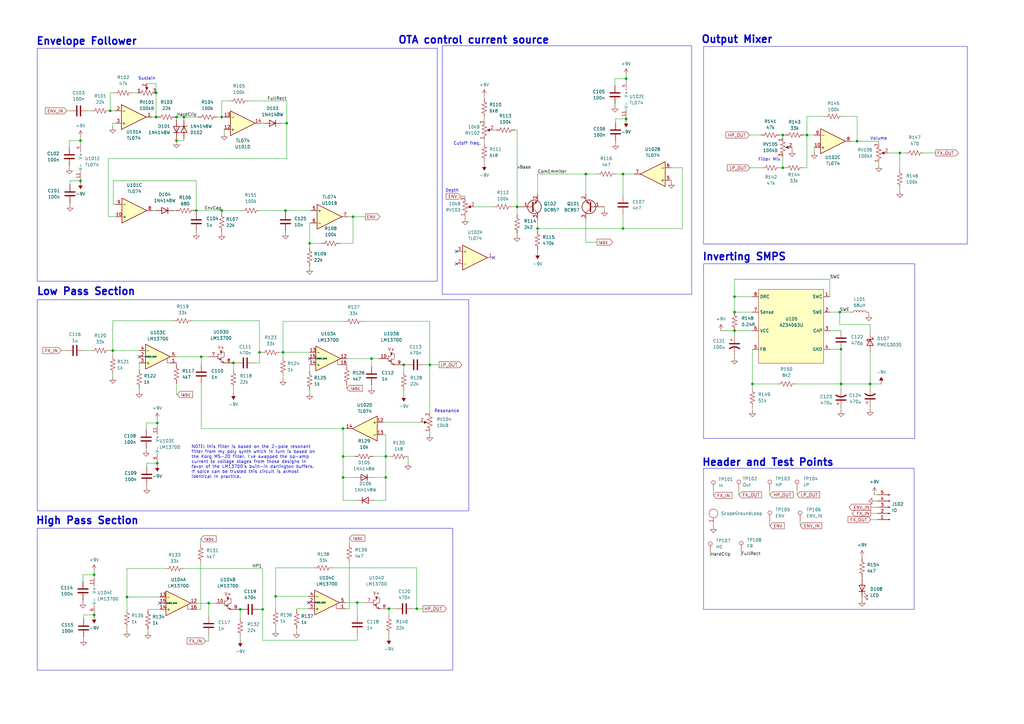
<source format=kicad_sch>
(kicad_sch (version 20231120) (generator "eeschema") (generator_version "8.0")
  (paper "A3")
  (junction (at 107.696 249.936))
  (junction (at 344.932 143.256))
  (junction (at 64.516 173.482))
  (junction (at 80.518 86.36))
  (junction (at 33.02 57.658))
  (junction (at 301.244 128.016))
  (junction (at 321.056 55.372))
  (junction (at 75.438 48.006))
  (junction (at 140.716 187.198))
  (junction (at 72.39 48.006))
  (junction (at 256.794 48.768))
  (junction (at 64.008 38.1))
  (junction (at 308.61 157.48))
  (junction (at 212.09 84.836))
  (junction (at 369.062 62.738))
  (junction (at 46.228 143.764))
  (junction (at 106.426 144.526))
  (junction (at 38.608 235.712))
  (junction (at 85.598 247.396))
  (junction (at 176.276 149.606))
  (junction (at 255.524 71.374))
  (junction (at 158.242 195.834))
  (junction (at 351.536 57.912))
  (junction (at 98.552 249.936))
  (junction (at 95.758 148.844))
  (junction (at 301.244 135.636))
  (junction (at 256.794 32.258))
  (junction (at 33.02 74.168))
  (junction (at 45.212 45.466))
  (junction (at 117.094 86.36))
  (junction (at 220.472 93.726))
  (junction (at 344.424 128.016))
  (junction (at 127 99.822))
  (junction (at 38.608 252.222))
  (junction (at 146.558 247.142))
  (junction (at 113.03 244.602))
  (junction (at 356.87 157.48))
  (junction (at 64.516 189.992))
  (junction (at 330.962 55.372))
  (junction (at 321.056 68.834))
  (junction (at 90.932 48.006))
  (junction (at 301.244 121.666))
  (junction (at 116.078 144.526))
  (junction (at 90.932 86.36))
  (junction (at 52.07 244.856))
  (junction (at 158.242 187.198))
  (junction (at 152.4 147.066))
  (junction (at 64.008 48.006))
  (junction (at 140.716 195.834))
  (junction (at 72.39 57.658))
  (junction (at 140.716 175.768))
  (junction (at 159.512 249.682))
  (junction (at 144.78 88.9))
  (junction (at 255.524 93.726))
  (junction (at 344.932 157.48))
  (junction (at 240.284 71.374))
  (junction (at 117.602 50.546))
  (junction (at 170.942 249.682))
  (junction (at 165.608 149.606))
  (junction (at 82.55 146.304))
  (no_connect (at 187.198 108.204))
  (no_connect (at 57.15 146.304))
  (no_connect (at 126.492 247.142))
  (no_connect (at 127 147.066))
  (no_connect (at 187.198 103.124))
  (no_connect (at 202.438 105.664))
  (no_connect (at 65.532 247.396))
  (wire (pts (xy 321.056 55.372) (xy 322.072 55.372)))
  (wire (pts (xy 34.29 253.746) (xy 34.29 252.222)))
  (wire (pts (xy 25.146 143.764) (xy 26.924 143.764)))
  (wire (pts (xy 34.036 235.712) (xy 34.036 238.506)))
  (wire (pts (xy 256.794 32.258) (xy 256.794 33.274)))
  (wire (pts (xy 64.516 173.482) (xy 64.516 174.498)))
  (wire (pts (xy 308.61 166.878) (xy 308.61 168.402)))
  (wire (pts (xy 329.438 68.834) (xy 330.962 68.834)))
  (wire (pts (xy 52.07 257.556) (xy 52.07 258.826)))
  (wire (pts (xy 353.568 245.11) (xy 353.568 246.126)))
  (wire (pts (xy 301.244 135.636) (xy 308.61 135.636)))
  (wire (pts (xy 358.902 205.486) (xy 359.918 205.486)))
  (wire (pts (xy 153.162 187.198) (xy 158.242 187.198)))
  (wire (pts (xy 202.438 53.34) (xy 203.454 53.34)))
  (wire (pts (xy 90.932 86.36) (xy 80.518 86.36)))
  (wire (pts (xy 57.15 159.258) (xy 57.15 160.528)))
  (wire (pts (xy 33.02 73.914) (xy 33.02 74.168)))
  (wire (pts (xy 212.09 53.34) (xy 212.09 84.836)))
  (wire (pts (xy 33.02 56.134) (xy 33.02 57.658)))
  (wire (pts (xy 356.87 136.652) (xy 356.87 133.096)))
  (wire (pts (xy 330.962 55.372) (xy 329.692 55.372)))
  (wire (pts (xy 72.39 146.304) (xy 82.55 146.304)))
  (wire (pts (xy 328.168 213.614) (xy 328.168 215.646)))
  (wire (pts (xy 59.944 173.482) (xy 59.944 176.276)))
  (wire (pts (xy 72.39 57.658) (xy 72.39 58.166)))
  (wire (pts (xy 212.09 84.836) (xy 212.09 88.138)))
  (wire (pts (xy 79.756 86.36) (xy 80.518 86.36)))
  (wire (pts (xy 90.932 86.36) (xy 99.06 86.36)))
  (wire (pts (xy 46.228 143.764) (xy 57.15 143.764)))
  (wire (pts (xy 106.426 249.936) (xy 107.696 249.936)))
  (wire (pts (xy 330.962 68.834) (xy 330.962 55.372)))
  (wire (pts (xy 174.244 149.606) (xy 176.276 149.606)))
  (wire (pts (xy 82.55 175.768) (xy 140.716 175.768)))
  (wire (pts (xy 46.228 153.416) (xy 46.228 154.686)))
  (wire (pts (xy 46.228 143.764) (xy 46.228 145.796)))
  (wire (pts (xy 358.648 202.438) (xy 358.648 202.946)))
  (wire (pts (xy 190.754 80.518) (xy 190.754 81.026)))
  (wire (pts (xy 116.078 144.526) (xy 116.078 146.558)))
  (wire (pts (xy 72.39 48.006) (xy 75.438 48.006)))
  (wire (pts (xy 170.942 249.682) (xy 169.672 249.682)))
  (wire (pts (xy 28.448 57.658) (xy 33.02 57.658)))
  (wire (pts (xy 356.87 166.624) (xy 356.87 167.894)))
  (wire (pts (xy 28.448 68.072) (xy 28.448 68.834)))
  (wire (pts (xy 60.706 249.936) (xy 60.706 250.444)))
  (wire (pts (xy 141.732 247.142) (xy 146.558 247.142)))
  (wire (pts (xy 36.068 45.466) (xy 37.338 45.466)))
  (wire (pts (xy 72.39 161.798) (xy 72.644 161.798)))
  (wire (pts (xy 98.552 249.936) (xy 98.552 253.492)))
  (wire (pts (xy 140.716 205.232) (xy 146.05 205.232)))
  (wire (pts (xy 28.702 75.692) (xy 28.702 74.168)))
  (wire (pts (xy 113.03 244.602) (xy 113.03 232.918)))
  (wire (pts (xy 165.608 149.606) (xy 166.624 149.606)))
  (wire (pts (xy 301.244 128.016) (xy 308.61 128.016)))
  (wire (pts (xy 244.856 99.314) (xy 240.284 99.314)))
  (wire (pts (xy 361.442 157.226) (xy 361.442 157.48)))
  (wire (pts (xy 106.68 86.36) (xy 117.094 86.36)))
  (wire (pts (xy 369.062 62.738) (xy 369.062 69.596)))
  (wire (pts (xy 340.36 114.554) (xy 301.244 114.554)))
  (wire (pts (xy 301.244 135.636) (xy 301.244 137.922)))
  (wire (pts (xy 165.608 160.02) (xy 165.608 162.052)))
  (wire (pts (xy 82.55 146.304) (xy 85.598 146.304)))
  (wire (pts (xy 82.296 220.98) (xy 82.296 223.266)))
  (wire (pts (xy 127 91.44) (xy 127 99.822)))
  (wire (pts (xy 152.4 157.988) (xy 152.4 159.004)))
  (wire (pts (xy 121.666 249.682) (xy 121.666 250.19)))
  (wire (pts (xy 198.628 39.37) (xy 198.628 40.386)))
  (wire (pts (xy 240.284 99.314) (xy 240.284 89.916)))
  (wire (pts (xy 344.932 157.48) (xy 344.932 159.512)))
  (wire (pts (xy 90.932 48.006) (xy 91.948 48.006)))
  (wire (pts (xy 101.854 41.402) (xy 117.602 41.402)))
  (wire (pts (xy 127 149.606) (xy 127 152.4)))
  (wire (pts (xy 80.772 247.396) (xy 85.598 247.396)))
  (wire (pts (xy 127.508 91.44) (xy 127 91.44)))
  (wire (pts (xy 72.39 161.798) (xy 72.39 157.226)))
  (wire (pts (xy 212.09 84.836) (xy 212.852 84.836)))
  (wire (pts (xy 52.07 233.172) (xy 67.818 233.172)))
  (wire (pts (xy 52.07 249.936) (xy 52.07 244.856)))
  (wire (pts (xy 82.55 146.304) (xy 82.55 149.606)))
  (wire (pts (xy 292.608 214.884) (xy 292.608 215.9)))
  (wire (pts (xy 247.904 84.836) (xy 247.904 86.106)))
  (wire (pts (xy 321.056 68.834) (xy 321.056 64.262)))
  (wire (pts (xy 46.736 38.1) (xy 45.212 38.1)))
  (wire (pts (xy 279.908 93.726) (xy 255.524 93.726)))
  (wire (pts (xy 357.124 208.026) (xy 359.918 208.026)))
  (wire (pts (xy 256.794 30.734) (xy 256.794 32.258)))
  (wire (pts (xy 142.24 159.258) (xy 142.24 157.988)))
  (wire (pts (xy 65.532 249.936) (xy 60.706 249.936)))
  (wire (pts (xy 211.074 53.34) (xy 212.09 53.34)))
  (wire (pts (xy 38.608 251.968) (xy 38.608 252.222)))
  (wire (pts (xy 54.356 38.1) (xy 56.388 38.1)))
  (wire (pts (xy 252.222 32.258) (xy 256.794 32.258)))
  (wire (pts (xy 142.24 149.606) (xy 142.24 150.368)))
  (wire (pts (xy 358.648 202.946) (xy 359.918 202.946)))
  (wire (pts (xy 140.716 175.768) (xy 141.986 175.768)))
  (wire (pts (xy 126.492 249.682) (xy 121.666 249.682)))
  (wire (pts (xy 146.558 247.142) (xy 149.352 247.142)))
  (wire (pts (xy 113.03 232.918) (xy 128.778 232.918)))
  (wire (pts (xy 75.438 48.006) (xy 81.28 48.006)))
  (wire (pts (xy 71.12 131.572) (xy 46.228 131.572)))
  (wire (pts (xy 95.758 148.844) (xy 96.774 148.844)))
  (wire (pts (xy 82.55 157.226) (xy 82.55 175.768)))
  (wire (pts (xy 153.67 205.232) (xy 158.242 205.232)))
  (wire (pts (xy 255.524 93.726) (xy 220.472 93.726)))
  (wire (pts (xy 304.038 226.06) (xy 304.038 228.092)))
  (wire (pts (xy 142.24 147.066) (xy 152.4 147.066)))
  (wire (pts (xy 252.476 71.374) (xy 255.524 71.374)))
  (wire (pts (xy 140.716 195.834) (xy 140.716 187.198)))
  (wire (pts (xy 334.01 60.452) (xy 334.01 62.484)))
  (wire (pts (xy 38.608 234.188) (xy 38.608 235.712)))
  (wire (pts (xy 60.198 189.992) (xy 64.516 189.992)))
  (wire (pts (xy 46.228 131.572) (xy 46.228 143.764)))
  (wire (pts (xy 159.512 260.096) (xy 159.512 261.62)))
  (wire (pts (xy 140.716 205.232) (xy 140.716 195.834)))
  (wire (pts (xy 256.794 48.768) (xy 256.794 49.53)))
  (wire (pts (xy 60.706 258.064) (xy 60.706 259.334)))
  (wire (pts (xy 330.962 55.372) (xy 334.01 55.372)))
  (wire (pts (xy 308.61 143.256) (xy 308.61 157.48)))
  (wire (pts (xy 252.476 50.292) (xy 252.476 48.768)))
  (wire (pts (xy 301.244 114.554) (xy 301.244 121.666)))
  (wire (pts (xy 143.256 249.682) (xy 141.732 249.682)))
  (wire (pts (xy 127 109.22) (xy 127 109.982)))
  (wire (pts (xy 85.598 247.396) (xy 85.598 252.73)))
  (wire (pts (xy 356.362 128.016) (xy 356.362 129.032)))
  (wire (pts (xy 107.696 262.636) (xy 107.696 249.936)))
  (wire (pts (xy 152.4 147.066) (xy 155.448 147.066)))
  (wire (pts (xy 64.516 189.738) (xy 64.516 189.992)))
  (wire (pts (xy 95.758 148.844) (xy 95.758 151.638)))
  (wire (pts (xy 158.242 178.308) (xy 157.226 178.308)))
  (wire (pts (xy 356.87 157.48) (xy 356.87 159.004)))
  (wire (pts (xy 143.256 230.632) (xy 143.256 249.682)))
  (wire (pts (xy 106.426 148.844) (xy 106.426 144.526)))
  (wire (pts (xy 127 99.822) (xy 131.826 99.822)))
  (wire (pts (xy 198.628 48.006) (xy 198.628 49.53)))
  (wire (pts (xy 275.336 73.914) (xy 275.336 74.676)))
  (wire (pts (xy 308.61 157.48) (xy 318.77 157.48)))
  (wire (pts (xy 107.696 233.172) (xy 107.696 249.936)))
  (wire (pts (xy 107.696 233.172) (xy 75.438 233.172)))
  (wire (pts (xy 146.558 262.636) (xy 146.558 260.096)))
  (wire (pts (xy 28.702 83.312) (xy 28.702 84.074)))
  (wire (pts (xy 356.87 157.48) (xy 344.932 157.48)))
  (wire (pts (xy 113.03 249.682) (xy 113.03 244.602)))
  (wire (pts (xy 117.602 50.546) (xy 115.57 50.546)))
  (wire (pts (xy 351.536 57.912) (xy 349.25 57.912)))
  (wire (pts (xy 357.124 210.566) (xy 359.918 210.566)))
  (wire (pts (xy 301.244 121.666) (xy 301.244 128.016)))
  (wire (pts (xy 33.02 57.658) (xy 33.02 58.674)))
  (wire (pts (xy 85.598 262.89) (xy 85.598 260.35)))
  (wire (pts (xy 140.716 195.834) (xy 145.542 195.834)))
  (wire (pts (xy 356.87 144.272) (xy 356.87 157.48)))
  (wire (pts (xy 252.222 42.672) (xy 252.222 43.434)))
  (wire (pts (xy 378.968 62.738) (xy 383.794 62.738)))
  (wire (pts (xy 165.608 149.606) (xy 165.608 152.4)))
  (wire (pts (xy 340.36 121.666) (xy 340.36 114.554)))
  (wire (pts (xy 34.29 261.366) (xy 34.29 262.128)))
  (wire (pts (xy 38.608 235.712) (xy 38.608 236.728)))
  (wire (pts (xy 143.256 220.726) (xy 143.256 223.012)))
  (wire (pts (xy 46.228 50.546) (xy 47.244 50.546)))
  (wire (pts (xy 256.794 48.514) (xy 256.794 48.768)))
  (wire (pts (xy 127 99.822) (xy 127 101.6)))
  (wire (pts (xy 139.446 99.822) (xy 144.78 99.822)))
  (wire (pts (xy 324.866 60.452) (xy 324.866 61.722)))
  (wire (pts (xy 60.198 34.29) (xy 64.008 34.29)))
  (wire (pts (xy 46.482 83.82) (xy 47.498 83.82)))
  (wire (pts (xy 167.386 187.198) (xy 167.386 189.992)))
  (wire (pts (xy 34.036 246.126) (xy 34.036 246.888)))
  (wire (pts (xy 64.008 34.29) (xy 64.008 38.1)))
  (wire (pts (xy 116.078 131.826) (xy 116.078 144.526)))
  (wire (pts (xy 319.786 55.372) (xy 321.056 55.372)))
  (wire (pts (xy 315.722 200.914) (xy 315.722 202.946)))
  (wire (pts (xy 75.438 48.006) (xy 75.438 49.276)))
  (wire (pts (xy 170.942 232.918) (xy 170.942 249.682)))
  (wire (pts (xy 158.242 187.198) (xy 159.766 187.198)))
  (wire (pts (xy 72.39 48.006) (xy 72.39 49.276)))
  (wire (pts (xy 90.932 94.996) (xy 90.932 95.758)))
  (wire (pts (xy 157.226 173.228) (xy 172.466 173.228)))
  (wire (pts (xy 220.472 93.726) (xy 220.472 94.742)))
  (wire (pts (xy 275.336 68.834) (xy 279.908 68.834)))
  (wire (pts (xy 113.03 257.302) (xy 113.03 258.572)))
  (wire (pts (xy 308.61 121.666) (xy 301.244 121.666)))
  (wire (pts (xy 144.78 88.9) (xy 149.86 88.9)))
  (wire (pts (xy 176.276 149.606) (xy 176.276 169.418)))
  (wire (pts (xy 340.36 128.016) (xy 344.424 128.016)))
  (wire (pts (xy 244.856 71.374) (xy 240.284 71.374)))
  (wire (pts (xy 136.398 232.918) (xy 170.942 232.918)))
  (wire (pts (xy 252.222 32.258) (xy 252.222 35.052)))
  (wire (pts (xy 84.328 262.89) (xy 85.598 262.89)))
  (wire (pts (xy 116.078 144.526) (xy 127 144.526)))
  (wire (pts (xy 117.094 86.36) (xy 117.094 87.122)))
  (wire (pts (xy 326.39 157.48) (xy 344.932 157.48)))
  (wire (pts (xy 95.758 159.258) (xy 95.758 161.29)))
  (wire (pts (xy 60.198 199.136) (xy 60.198 199.898)))
  (wire (pts (xy 45.212 45.466) (xy 47.244 45.466)))
  (wire (pts (xy 360.426 58.928) (xy 360.426 57.912)))
  (wire (pts (xy 88.9 48.006) (xy 90.932 48.006)))
  (wire (pts (xy 153.162 195.834) (xy 158.242 195.834)))
  (wire (pts (xy 117.094 94.742) (xy 117.094 95.504)))
  (wire (pts (xy 59.944 183.896) (xy 59.944 184.658)))
  (wire (pts (xy 321.056 55.372) (xy 321.056 56.642)))
  (wire (pts (xy 140.716 187.198) (xy 145.542 187.198)))
  (wire (pts (xy 52.07 244.856) (xy 65.532 244.856)))
  (wire (pts (xy 44.45 88.9) (xy 44.45 65.024)))
  (wire (pts (xy 340.36 135.636) (xy 344.932 135.636)))
  (wire (pts (xy 80.518 87.122) (xy 80.518 86.36)))
  (wire (pts (xy 85.598 247.396) (xy 88.392 247.396)))
  (wire (pts (xy 158.242 205.232) (xy 158.242 195.834)))
  (wire (pts (xy 344.424 128.016) (xy 348.742 128.016)))
  (wire (pts (xy 90.932 87.376) (xy 90.932 86.36)))
  (wire (pts (xy 170.942 249.682) (xy 173.482 249.682)))
  (wire (pts (xy 34.544 143.764) (xy 37.338 143.764)))
  (wire (pts (xy 75.438 56.896) (xy 75.438 57.658)))
  (wire (pts (xy 326.898 200.914) (xy 326.898 202.946)))
  (wire (pts (xy 303.022 200.914) (xy 303.022 202.946)))
  (wire (pts (xy 356.87 133.096) (xy 344.424 133.096)))
  (wire (pts (xy 46.482 74.168) (xy 46.482 83.82)))
  (wire (pts (xy 255.524 87.884) (xy 255.524 93.726)))
  (wire (pts (xy 176.276 131.826) (xy 148.844 131.826)))
  (wire (pts (xy 62.484 48.006) (xy 64.008 48.006)))
  (wire (pts (xy 188.976 80.518) (xy 190.754 80.518)))
  (wire (pts (xy 60.198 191.516) (xy 60.198 189.992)))
  (wire (pts (xy 104.394 148.844) (xy 106.426 148.844)))
  (wire (pts (xy 117.094 86.36) (xy 127.508 86.36)))
  (wire (pts (xy 75.438 57.658) (xy 72.39 57.658)))
  (wire (pts (xy 72.39 56.896) (xy 72.39 57.658)))
  (wire (pts (xy 64.008 48.006) (xy 64.516 48.006)))
  (wire (pts (xy 198.628 66.294) (xy 198.628 67.31)))
  (wire (pts (xy 295.656 135.636) (xy 301.244 135.636)))
  (wire (pts (xy 315.722 213.614) (xy 315.722 215.646)))
  (wire (pts (xy 345.694 47.752) (xy 351.536 47.752)))
  (wire (pts (xy 159.512 249.682) (xy 159.512 252.476)))
  (wire (pts (xy 159.512 249.682) (xy 162.052 249.682)))
  (wire (pts (xy 72.136 48.006) (xy 72.39 48.006)))
  (wire (pts (xy 176.276 149.606) (xy 176.276 131.826)))
  (wire (pts (xy 80.518 94.742) (xy 80.518 95.504)))
  (wire (pts (xy 252.476 48.768) (xy 256.794 48.768)))
  (wire (pts (xy 198.628 57.15) (xy 198.628 58.674)))
  (wire (pts (xy 301.244 145.542) (xy 301.244 146.812)))
  (wire (pts (xy 91.948 53.086) (xy 91.948 54.864)))
  (wire (pts (xy 220.472 89.916) (xy 220.472 93.726)))
  (wire (pts (xy 116.078 154.178) (xy 116.078 155.448)))
  (wire (pts (xy 117.602 65.024) (xy 117.602 50.546)))
  (wire (pts (xy 220.472 71.374) (xy 220.472 79.756)))
  (wire (pts (xy 308.61 157.48) (xy 308.61 159.258)))
  (wire (pts (xy 255.524 71.374) (xy 255.524 80.264)))
  (wire (pts (xy 127 160.02) (xy 127 161.29)))
  (wire (pts (xy 144.78 99.822) (xy 144.78 88.9)))
  (wire (pts (xy 44.958 45.466) (xy 45.212 45.466)))
  (wire (pts (xy 98.552 249.936) (xy 98.806 249.936)))
  (wire (pts (xy 27.432 45.466) (xy 28.448 45.466)))
  (wire (pts (xy 82.296 249.936) (xy 80.772 249.936)))
  (wire (pts (xy 34.036 235.712) (xy 38.608 235.712)))
  (wire (pts (xy 190.754 88.646) (xy 190.754 89.662)))
  (wire (pts (xy 212.09 95.758) (xy 212.09 96.52)))
  (wire (pts (xy 59.944 173.482) (xy 64.516 173.482)))
  (wire (pts (xy 106.426 144.526) (xy 106.426 131.572)))
  (wire (pts (xy 140.716 187.198) (xy 140.716 175.768)))
  (wire (pts (xy 98.552 261.112) (xy 98.552 262.636)))
  (wire (pts (xy 369.062 62.738) (xy 371.348 62.738)))
  (wire (pts (xy 57.15 148.844) (xy 57.15 151.638)))
  (wire (pts (xy 220.472 102.362) (xy 220.472 103.632)))
  (wire (pts (xy 64.008 48.006) (xy 64.008 38.1)))
  (wire (pts (xy 106.426 144.526) (xy 107.188 144.526)))
  (wire (pts (xy 94.234 41.402) (xy 90.932 41.402)))
  (wire (pts (xy 353.568 228.346) (xy 353.568 229.108)))
  (wire (pts (xy 46.228 52.07) (xy 46.228 50.546)))
  (wire (pts (xy 52.07 244.856) (xy 52.07 233.172)))
  (wire (pts (xy 28.448 57.658) (xy 28.448 60.452)))
  (wire (pts (xy 34.29 252.222) (xy 38.608 252.222)))
  (wire (pts (xy 351.536 47.752) (xy 351.536 57.912)))
  (wire (pts (xy 113.03 244.602) (xy 126.492 244.602)))
  (wire (pts (xy 107.188 50.546) (xy 107.95 50.546)))
  (wire (pts (xy 279.908 68.834) (xy 279.908 93.726)))
  (wire (pts (xy 106.426 131.572) (xy 78.74 131.572)))
  (wire (pts (xy 28.702 74.168) (xy 33.02 74.168)))
  (wire (pts (xy 121.666 257.81) (xy 121.666 259.08)))
  (wire (pts (xy 80.518 74.168) (xy 46.482 74.168)))
  (wire (pts (xy 80.518 86.36) (xy 80.518 74.168)))
  (wire (pts (xy 72.39 148.844) (xy 72.39 149.606)))
  (wire (pts (xy 252.476 57.912) (xy 252.476 58.674)))
  (wire (pts (xy 240.284 71.374) (xy 220.472 71.374)))
  (wire (pts (xy 62.738 86.36) (xy 63.754 86.36)))
  (wire (pts (xy 176.276 149.606) (xy 180.086 149.606)))
  (wire (pts (xy 194.564 84.836) (xy 202.438 84.836)))
  (wire (pts (xy 71.374 86.36) (xy 72.136 86.36)))
  (wire (pts (xy 307.34 55.372) (xy 312.166 55.372)))
  (wire (pts (xy 64.516 171.958) (xy 64.516 173.482)))
  (wire (pts (xy 353.568 236.728) (xy 353.568 237.49)))
  (wire (pts (xy 360.426 57.912) (xy 351.536 57.912)))
  (wire (pts (xy 38.608 252.222) (xy 38.608 252.984)))
  (wire (pts (xy 158.242 195.834) (xy 158.242 187.198)))
  (wire (pts (xy 364.236 62.738) (xy 369.062 62.738)))
  (wire (pts (xy 117.602 41.402) (xy 117.602 50.546)))
  (wire (pts (xy 141.224 131.826) (xy 116.078 131.826)))
  (wire (pts (xy 144.78 88.9) (xy 142.748 88.9)))
  (wire (pts (xy 344.932 167.132) (xy 344.932 168.402)))
  (wire (pts (xy 33.02 74.168) (xy 33.02 74.93)))
  (wire (pts (xy 357.124 213.106) (xy 359.918 213.106)))
  (wire (pts (xy 44.45 65.024) (xy 117.602 65.024)))
  (wire (pts (xy 47.498 88.9) (xy 44.45 88.9)))
  (wire (pts (xy 158.242 187.198) (xy 158.242 178.308)))
  (wire (pts (xy 361.442 157.48) (xy 356.87 157.48)))
  (wire (pts (xy 64.516 189.992) (xy 64.516 190.754)))
  (wire (pts (xy 146.558 247.142) (xy 146.558 252.476)))
  (wire (pts (xy 292.608 201.168) (xy 292.608 203.2)))
  (wire (pts (xy 307.594 68.834) (xy 312.42 68.834)))
  (wire (pts (xy 152.4 147.066) (xy 152.4 150.368)))
  (wire (pts (xy 255.524 71.374) (xy 260.096 71.374)))
  (wire (pts (xy 82.296 230.886) (xy 82.296 249.936)))
  (wire (pts (xy 210.058 84.836) (xy 212.09 84.836)))
  (wire (pts (xy 369.062 77.216) (xy 369.062 78.486)))
  (wire (pts (xy 338.074 47.752) (xy 330.962 47.752)))
  (wire (pts (xy 291.338 226.314) (xy 291.338 228.346)))
  (wire (pts (xy 176.276 177.038) (xy 176.276 178.308)))
  (wire (pts (xy 344.932 157.48) (xy 344.932 143.256)))
  (wire (pts (xy 344.424 133.096) (xy 344.424 128.016)))
  (wire (pts (xy 320.04 68.834) (xy 321.056 68.834)))
  (wire (pts (xy 360.426 66.548) (xy 360.426 67.818)))
  (wire (pts (xy 330.962 47.752) (xy 330.962 55.372)))
  (wire (pts (xy 45.212 38.1) (xy 45.212 45.466)))
  (wire (pts (xy 114.808 144.526) (xy 116.078 144.526)))
  (wire (pts (xy 90.932 41.402) (xy 90.932 48.006)))
  (wire (pts (xy 321.056 68.834) (xy 321.818 68.834)))
  (wire (pts (xy 107.696 262.636) (xy 146.558 262.636)))
  (wire (pts (xy 44.958 143.764) (xy 46.228 143.764)))
  (wire (pts (xy 340.36 143.256) (xy 344.932 143.256)))
  (wire (pts (xy 240.284 71.374) (xy 240.284 79.756)))
  (rectangle (start 15.24 122.936) (end 192.278 209.55))
  (rectangle (start 288.544 19.05) (end 396.748 100.076))
  (rectangle (start 288.544 108.204) (end 375.158 179.832))
  (rectangle (start 15.24 216.662) (end 185.674 274.828))
  (rectangle (start 288.544 192.024) (end 374.904 249.936))
  (rectangle (start 181.356 18.796) (end 283.718 120.65))
  (rectangle (start 15.24 19.812) (end 179.324 115.316))
  (text "Resonance" (at 178.054 168.656 0) (effects (font (size 1.27 1.27)) (justify left)))
  (text "High Pass Section" (at 35.814 213.614 0) (effects (font (size 3 3) (thickness 0.6) (bold yes))))
  (text "Cutoff freq." (at 185.928 58.928 0) (effects (font (size 1.27 1.27)) (justify left)))
  (text "Low Pass Section" (at 35.306 119.634 0) (effects (font (size 3 3) (thickness 0.6) (bold yes))))
  (text "Inverting SMPS" (at 305.308 105.41 0) (effects (font (size 3 3) (thickness 0.6) (bold yes))))
  (text "Envelope Follower" (at 35.56 17.018 0) (effects (font (size 3 3) (thickness 0.6) (bold yes))))
  (text "NOTE: this filter is based on the 2-pole resonant \nfilter from my poly synth which in turn is based on\nthe Korg MS-20 filter. I've swapped the op-amp \ncurrent to voltage stages from those designs in\nfavor of the LM13700's built-in darlington buffers.\nIf spice can be trusted this circuit is almost \nidentical in practice.\n" (at 78.486 189.484 0) (effects (font (size 1.27 1.27)) (justify left)))
  (text "Output Mixer" (at 302.26 16.256 0) (effects (font (size 3 3) (thickness 0.6) (bold yes))))
  (text "Filter Mix" (at 310.896 65.532 0) (effects (font (size 1.27 1.27)) (justify left)))
  (text "Header and Test Points" (at 314.96 189.738 0) (effects (font (size 3 3) (thickness 0.6) (bold yes))))
  (text "Sustain" (at 60.198 32.258 0) (effects (font (size 1.27 1.27))))
  (text "Volume" (at 360.426 56.896 0) (effects (font (size 1.27 1.27))))
  (text "Depth" (at 185.42 78.232 0) (effects (font (size 1.27 1.27))))
  (text "OTA control current source" (at 194.31 16.51 0) (effects (font (size 3 3) (thickness 0.6) (bold yes))))
  (label "HardClip" (at 72.39 48.006 0))
  (label "FullRect" (at 117.602 41.402 180))
  (label "HP1" (at 107.442 233.172 180))
  (label "EnvCap" (at 90.932 86.36 180))
  (label "SWE" (at 344.424 128.016 0))
  (label "FullRect" (at 304.038 228.092 0))
  (label "ComEmmiter" (at 220.472 71.374 0))
  (label "SWC" (at 340.36 114.554 0))
  (label "vBase" (at 212.09 69.596 0))
  (label "HardClip" (at 291.338 228.346 0))
  (global_label "FX_OUT" (shape input) (at 357.124 213.106 180) (property "Intersheetrefs" "${INTERSHEET_REFS}" (effects (hide yes))))
  (global_label "Iabc" (shape input) (at 72.644 161.798 0) (property "Intersheetrefs" "${INTERSHEET_REFS}" (effects (hide yes))))
  (global_label "FX_IN" (shape input) (at 84.328 262.89 180) (property "Intersheetrefs" "${INTERSHEET_REFS}" (effects (hide yes))))
  (global_label "ENV_IN" (shape output) (at 357.124 208.026 180) (property "Intersheetrefs" "${INTERSHEET_REFS}" (effects (hide yes))))
  (global_label "FX_IN" (shape output) (at 357.124 210.566 180) (property "Intersheetrefs" "${INTERSHEET_REFS}" (effects (hide yes))))
  (global_label "Iabc" (shape input) (at 82.296 220.98 0) (property "Intersheetrefs" "${INTERSHEET_REFS}" (effects (hide yes))))
  (global_label "FX_IN" (shape input) (at 292.608 203.2 0) (property "Intersheetrefs" "${INTERSHEET_REFS}" (effects (hide yes))))
  (global_label "Iabc" (shape output) (at 244.856 99.314 0) (property "Intersheetrefs" "${INTERSHEET_REFS}" (effects (hide yes))))
  (global_label "Iabc" (shape input) (at 142.24 159.258 0) (property "Intersheetrefs" "${INTERSHEET_REFS}" (effects (hide yes))))
  (global_label "HP_OUT" (shape input) (at 315.722 202.946 0) (property "Intersheetrefs" "${INTERSHEET_REFS}" (effects (hide yes))))
  (global_label "LP_OUT" (shape input) (at 326.898 202.946 0) (property "Intersheetrefs" "${INTERSHEET_REFS}" (effects (hide yes))))
  (global_label "ENV" (shape output) (at 149.86 88.9 0) (property "Intersheetrefs" "${INTERSHEET_REFS}" (effects (hide yes))))
  (global_label "Iabc" (shape input) (at 143.256 220.726 0) (property "Intersheetrefs" "${INTERSHEET_REFS}" (effects (hide yes))))
  (global_label "LP_OUT" (shape output) (at 180.086 149.606 0) (property "Intersheetrefs" "${INTERSHEET_REFS}" (effects (hide yes))))
  (global_label "HP_OUT" (shape input) (at 307.34 55.372 180) (property "Intersheetrefs" "${INTERSHEET_REFS}" (effects (hide yes))))
  (global_label "LP_OUT" (shape input) (at 307.594 68.834 180) (property "Intersheetrefs" "${INTERSHEET_REFS}" (effects (hide yes))))
  (global_label "ENV_IN" (shape input) (at 328.168 215.646 0) (property "Intersheetrefs" "${INTERSHEET_REFS}" (effects (hide yes))))
  (global_label "FX_IN" (shape input) (at 25.146 143.764 180) (property "Intersheetrefs" "${INTERSHEET_REFS}" (effects (hide yes))))
  (global_label "ENV" (shape input) (at 315.722 215.646 0) (property "Intersheetrefs" "${INTERSHEET_REFS}" (effects (hide yes))))
  (global_label "FX_OUT" (shape output) (at 383.794 62.738 0) (property "Intersheetrefs" "${INTERSHEET_REFS}" (effects (hide yes))))
  (global_label "ENV_IN" (shape input) (at 27.432 45.466 180) (property "Intersheetrefs" "${INTERSHEET_REFS}" (effects (hide yes))))
  (global_label "HP_OUT" (shape output) (at 173.482 249.682 0) (property "Intersheetrefs" "${INTERSHEET_REFS}" (effects (hide yes))))
  (global_label "ENV" (shape input) (at 188.976 80.518 180) (property "Intersheetrefs" "${INTERSHEET_REFS}" (effects (hide yes))))
  (global_label "FX_OUT" (shape input) (at 303.022 202.946 0) (property "Intersheetrefs" "${INTERSHEET_REFS}" (effects (hide yes))))
  (symbol (lib_id "Device:R_US") (at 207.264 53.34 90) (unit 1)
    (property "Reference" "R113" (at 207.264 47.498 90))
    (property "Value" "100k" (at 207.264 50.038 90))
    (property "Footprint" "Resistor_SMD:R_0805_2012Metric" (effects (hide yes)))
    (property "Description" "Resistor, US symbol" (effects (hide yes)))
  )
  (symbol (lib_id "Amplifier_Operational:TL074") (at 135.128 88.9 0) (unit 2)
    (property "Reference" "U101" (at 135.128 83.312 0))
    (property "Value" "TL074" (at 135.128 80.772 0))
    (property "Footprint" "Package_SO:SOIC-14_3.9x8.7mm_P1.27mm" (effects (hide yes)))
    (property "Datasheet" "http://www.ti.com/lit/ds/symlink/tl071.pdf" (effects (hide yes)))
    (property "Description" "Quad Low-Noise JFET-Input Operational Amplifiers, DIP-14/SOIC-14" (effects (hide yes)))
  )
  (symbol (lib_id "Device:C_Polarized_US") (at 344.932 163.322 0) (mirror x) (unit 1)
    (property "Reference" "C123" (at 341.376 162.6869 0) (effects (justify right)))
    (property "Value" "470u" (at 341.376 165.2269 0) (effects (justify right)))
    (property "Footprint" "Capacitor_THT:CP_Radial_D5.0mm_P2.00mm" (effects (hide yes)))
    (property "Description" "Polarized capacitor, US symbol" (effects (hide yes)))
  )
  (symbol (lib_id "Amplifier_Operational:TL074") (at 259.334 40.894 0) (unit 5)
    (property "Reference" "U102" (at 258.064 39.6239 0) (effects (justify left)))
    (property "Value" "TL074" (at 258.064 42.1639 0) (effects (justify left)))
    (property "Footprint" "Package_SO:SOIC-14_3.9x8.7mm_P1.27mm" (effects (hide yes)))
    (property "Datasheet" "http://www.ti.com/lit/ds/symlink/tl071.pdf" (effects (hide yes)))
    (property "Description" "Quad Low-Noise JFET-Input Operational Amplifiers, DIP-14/SOIC-14" (effects (hide yes)))
  )
  (symbol (lib_id "power:+9V") (at 64.516 171.958 0) (unit 1)
    (property "Reference" "#PWR0124" (effects (hide yes)))
    (property "Value" "+9V" (at 64.516 167.386 0))
    (property "Description" "Power symbol creates a global label with name \"+9V\"" (effects (hide yes)))
  )
  (symbol (lib_id "power:GND") (at 212.09 96.52 0) (mirror y) (unit 1)
    (property "Reference" "#PWR0118" (effects (hide yes)))
    (property "Value" "GND" (effects (hide yes)))
    (property "Description" "Power symbol creates a global label with name \"GND\" , ground" (effects (hide yes)))
  )
  (symbol (lib_id "power:GND") (at 301.244 146.812 0) (unit 1)
    (property "Reference" "#PWR0150" (effects (hide yes)))
    (property "Value" "GND" (effects (hide yes)))
    (property "Description" "Power symbol creates a global label with name \"GND\" , ground" (effects (hide yes)))
  )
  (symbol (lib_id "power:+9V") (at 198.628 39.37 0) (unit 1)
    (property "Reference" "#PWR0117" (effects (hide yes)))
    (property "Value" "+9V" (at 198.628 34.798 0))
    (property "Description" "Power symbol creates a global label with name \"+9V\"" (effects (hide yes)))
  )
  (symbol (lib_id "power:GND") (at 80.518 95.504 0) (mirror y) (unit 1)
    (property "Reference" "#PWR0108" (effects (hide yes)))
    (property "Value" "GND" (effects (hide yes)))
    (property "Description" "Power symbol creates a global label with name \"GND\" , ground" (effects (hide yes)))
  )
  (symbol (lib_id "Device:R_US") (at 82.296 227.076 0) (unit 1)
    (property "Reference" "R131" (at 84.582 225.8059 0) (effects (justify left)))
    (property "Value" "4k7" (at 84.582 228.3459 0) (effects (justify left)))
    (property "Footprint" "Resistor_SMD:R_0805_2012Metric" (effects (hide yes)))
    (property "Description" "Resistor, US symbol" (effects (hide yes)))
  )
  (symbol (lib_id "power:GND") (at 60.198 199.898 0) (mirror y) (unit 1)
    (property "Reference" "#PWR0123" (effects (hide yes)))
    (property "Value" "GND" (effects (hide yes)))
    (property "Description" "Power symbol creates a global label with name \"GND\" , ground" (effects (hide yes)))
  )
  (symbol (lib_id "Device:R_US") (at 71.628 233.172 90) (unit 1)
    (property "Reference" "R133" (at 71.628 227.584 90))
    (property "Value" "33k" (at 71.628 230.124 90))
    (property "Footprint" "Resistor_SMD:R_0805_2012Metric" (effects (hide yes)))
    (property "Description" "Resistor, US symbol" (effects (hide yes)))
  )
  (symbol (lib_id "power:GND") (at 90.932 95.758 0) (mirror y) (unit 1)
    (property "Reference" "#PWR0109" (effects (hide yes)))
    (property "Value" "GND" (effects (hide yes)))
    (property "Description" "Power symbol creates a global label with name \"GND\" , ground" (effects (hide yes)))
  )
  (symbol (lib_id "power:-9V") (at 159.512 261.62 180) (unit 1)
    (property "Reference" "#PWR0144" (effects (hide yes)))
    (property "Value" "-9V" (at 159.512 266.192 0))
    (property "Description" "Power symbol creates a global label with name \"-9V\"" (effects (hide yes)))
  )
  (symbol (lib_id "power:GND") (at 334.01 62.484 0) (mirror y) (unit 1)
    (property "Reference" "#PWR0145" (effects (hide yes)))
    (property "Value" "GND" (effects (hide yes)))
    (property "Description" "Power symbol creates a global label with name \"GND\" , ground" (effects (hide yes)))
  )
  (symbol (lib_id "power:GND") (at 72.39 58.166 0) (mirror y) (unit 1)
    (property "Reference" "#PWR0106" (effects (hide yes)))
    (property "Value" "GND" (effects (hide yes)))
    (property "Description" "Power symbol creates a global label with name \"GND\" , ground" (effects (hide yes)))
  )
  (symbol (lib_id "power:GND") (at 292.608 215.9 0) (mirror y) (unit 1)
    (property "Reference" "#PWR0156" (effects (hide yes)))
    (property "Value" "GND" (effects (hide yes)))
    (property "Description" "Power symbol creates a global label with name \"GND\" , ground" (effects (hide yes)))
  )
  (symbol (lib_id "Device:C") (at 80.518 90.932 0) (mirror y) (unit 1)
    (property "Reference" "C104" (at 84.582 89.6619 0) (effects (justify right)))
    (property "Value" "1u" (at 84.582 92.2019 0) (effects (justify right)))
    (property "Footprint" "Capacitor_SMD:C_0805_2012Metric" (effects (hide yes)))
    (property "Description" "Unpolarized capacitor" (effects (hide yes)))
  )
  (symbol (lib_id "Device:R_US") (at 325.882 55.372 90) (unit 1)
    (property "Reference" "R143" (at 325.882 50.038 90))
    (property "Value" "33k" (at 325.882 52.578 90))
    (property "Footprint" "Resistor_SMD:R_0805_2012Metric" (effects (hide yes)))
    (property "Description" "Resistor, US symbol" (effects (hide yes)))
  )
  (symbol (lib_id "power:GND") (at 356.362 129.032 0) (unit 1)
    (property "Reference" "#PWR0153" (effects (hide yes)))
    (property "Value" "GND" (effects (hide yes)))
    (property "Description" "Power symbol creates a global label with name \"GND\" , ground" (effects (hide yes)))
  )
  (symbol (lib_id "Amplifier_Operational:LM13700") (at 96.012 247.396 0) (unit 2)
    (property "Reference" "U104" (at 93.472 237.744 0))
    (property "Value" "LM13700" (at 93.472 240.284 0))
    (property "Footprint" "Package_SO:SOIC-16_3.9x9.9mm_P1.27mm" (effects (hide yes)))
    (property "Datasheet" "http://www.ti.com/lit/ds/symlink/lm13700.pdf" (effects (hide yes)))
    (property "Description" "Dual Operational Transconductance Amplifiers with Linearizing Diodes and Buffers, DIP-16/SOIC-16" (effects (hide yes)))
  )
  (symbol (lib_id "Device:C") (at 82.55 153.416 0) (unit 1)
    (property "Reference" "C110" (at 86.614 152.1459 0) (effects (justify left)))
    (property "Value" "1n" (at 86.614 154.6859 0) (effects (justify left)))
    (property "Footprint" "Capacitor_SMD:C_0805_2012Metric" (effects (hide yes)))
    (property "Description" "Unpolarized capacitor" (effects (hide yes)))
  )
  (symbol (lib_id "power:GND") (at 52.07 258.826 0) (mirror y) (unit 1)
    (property "Reference" "#PWR0141" (effects (hide yes)))
    (property "Value" "GND" (effects (hide yes)))
    (property "Description" "Power symbol creates a global label with name \"GND\" , ground" (effects (hide yes)))
  )
  (symbol (lib_id "Device:R_US") (at 212.09 91.948 0) (unit 1)
    (property "Reference" "R114" (at 214.884 90.6779 0) (effects (justify left)))
    (property "Value" "2k2" (at 214.884 93.2179 0) (effects (justify left)))
    (property "Footprint" "Resistor_SMD:R_0805_2012Metric" (effects (hide yes)))
    (property "Description" "Resistor, US symbol" (effects (hide yes)))
  )
  (symbol (lib_id "power:GND") (at 57.15 160.528 0) (mirror y) (unit 1)
    (property "Reference" "#PWR0128" (effects (hide yes)))
    (property "Value" "GND" (effects (hide yes)))
    (property "Description" "Power symbol creates a global label with name \"GND\" , ground" (effects (hide yes)))
  )
  (symbol (lib_id "Device:R_US") (at 135.636 99.822 90) (unit 1)
    (property "Reference" "R108" (at 135.636 93.726 90))
    (property "Value" "100k" (at 135.636 96.266 90))
    (property "Footprint" "Resistor_SMD:R_0805_2012Metric" (effects (hide yes)))
    (property "Description" "Resistor, US symbol" (effects (hide yes)))
  )
  (symbol (lib_id "Connector:TestPoint") (at 315.722 200.914 0) (unit 1) (in_bom no)
    (property "Reference" "TP103" (at 318.008 196.3419 0) (effects (justify left)))
    (property "Value" "HP" (at 318.008 198.8819 0) (effects (justify left)))
    (property "Footprint" "TestPoint:TestPoint_THTPad_D2.0mm_Drill1.0mm_VAL" (effects (hide yes)))
    (property "Description" "test point" (effects (hide yes)))
  )
  (symbol (lib_id "power:GND") (at 59.944 184.658 0) (mirror y) (unit 1)
    (property "Reference" "#PWR0122" (effects (hide yes)))
    (property "Value" "GND" (effects (hide yes)))
    (property "Description" "Power symbol creates a global label with name \"GND\" , ground" (effects (hide yes)))
  )
  (symbol (lib_id "Connector:TestPoint") (at 304.038 226.06 0) (unit 1) (in_bom no)
    (property "Reference" "TP108" (at 306.324 221.4879 0) (effects (justify left)))
    (property "Value" "FR" (at 306.324 224.0279 0) (effects (justify left)))
    (property "Footprint" "TestPoint:TestPoint_THTPad_D2.0mm_Drill1.0mm_VAL" (effects (hide yes)))
    (property "Description" "test point" (effects (hide yes)))
  )
  (symbol (lib_id "Device:C") (at 59.944 180.086 0) (mirror y) (unit 1)
    (property "Reference" "C108" (at 55.88 178.8159 0) (effects (justify left)))
    (property "Value" "100n" (at 55.88 181.3559 0) (effects (justify left)))
    (property "Footprint" "Capacitor_SMD:C_0805_2012Metric" (effects (hide yes)))
    (property "Description" "Unpolarized capacitor" (effects (hide yes)))
  )
  (symbol (lib_id "power:GND") (at 353.568 246.126 0) (mirror y) (unit 1)
    (property "Reference" "#PWR0161" (effects (hide yes)))
    (property "Value" "GND" (effects (hide yes)))
    (property "Description" "Power symbol creates a global label with name \"GND\" , ground" (effects (hide yes)))
  )
  (symbol (lib_id "Device:R_US") (at 41.148 45.466 90) (unit 1)
    (property "Reference" "R101" (at 41.148 39.37 90))
    (property "Value" "22k" (at 41.148 41.91 90))
    (property "Footprint" "Resistor_SMD:R_0805_2012Metric" (effects (hide yes)))
    (property "Description" "Resistor, US symbol" (effects (hide yes)))
  )
  (symbol (lib_id "Device:R_US") (at 110.998 144.526 90) (unit 1)
    (property "Reference" "R123" (at 110.998 138.43 90))
    (property "Value" "33k" (at 110.998 140.97 90))
    (property "Footprint" "Resistor_SMD:R_0805_2012Metric" (effects (hide yes)))
    (property "Description" "Resistor, US symbol" (effects (hide yes)))
  )
  (symbol (lib_id "Device:R_Potentiometer_US") (at 176.276 173.228 180) (unit 1)
    (property "Reference" "RV104" (at 179.07 171.9579 0) (effects (justify right)))
    (property "Value" "10kB" (at 179.07 174.4979 0) (effects (justify right)))
    (property "Footprint" "Potentiometer_THT:Potentiometer_Alpha_RV16AF_42_VeryLong" (effects (hide yes)))
    (property "Description" "Potentiometer, US symbol" (effects (hide yes)))
  )
  (symbol (lib_id "power:GND") (at 121.666 259.08 0) (mirror y) (unit 1)
    (property "Reference" "#PWR0143" (effects (hide yes)))
    (property "Value" "GND" (effects (hide yes)))
    (property "Description" "Power symbol creates a global label with name \"GND\" , ground" (effects (hide yes)))
  )
  (symbol (lib_id "Device:R_US") (at 132.588 232.918 90) (unit 1)
    (property "Reference" "R138" (at 132.588 227.33 90))
    (property "Value" "33k" (at 132.588 229.87 90))
    (property "Footprint" "Resistor_SMD:R_0805_2012Metric" (effects (hide yes)))
    (property "Description" "Resistor, US symbol" (effects (hide yes)))
  )
  (symbol (lib_id "power:GND") (at 252.222 43.434 0) (mirror y) (unit 1)
    (property "Reference" "#PWR0111" (effects (hide yes)))
    (property "Value" "GND" (effects (hide yes)))
    (property "Description" "Power symbol creates a global label with name \"GND\" , ground" (effects (hide yes)))
  )
  (symbol (lib_id "Device:C") (at 34.036 242.316 0) (mirror y) (unit 1)
    (property "Reference" "C114" (at 29.972 241.0459 0) (effects (justify left)))
    (property "Value" "100n" (at 29.972 243.5859 0) (effects (justify left)))
    (property "Footprint" "Capacitor_SMD:C_0805_2012Metric" (effects (hide yes)))
    (property "Description" "Unpolarized capacitor" (effects (hide yes)))
  )
  (symbol (lib_id "Device:R_US") (at 149.352 187.198 90) (unit 1)
    (property "Reference" "R129" (at 149.352 180.848 90))
    (property "Value" "10k" (at 149.352 183.388 90))
    (property "Footprint" "Resistor_SMD:R_0805_2012Metric" (effects (hide yes)))
    (property "Description" "Resistor, US symbol" (effects (hide yes)))
  )
  (symbol (lib_id "Device:R_US") (at 116.078 150.368 180) (unit 1)
    (property "Reference" "R124" (at 117.856 149.0979 0) (effects (justify right)))
    (property "Value" "1k" (at 117.856 151.6379 0) (effects (justify right)))
    (property "Footprint" "Resistor_SMD:R_0805_2012Metric" (effects (hide yes)))
    (property "Description" "Resistor, US symbol" (effects (hide yes)))
  )
  (symbol (lib_id "Amplifier_Operational:TL074") (at 99.568 50.546 0) (mirror x) (unit 4)
    (property "Reference" "U101" (at 99.568 60.198 0))
    (property "Value" "TL074" (at 99.568 57.658 0))
    (property "Footprint" "Package_SO:SOIC-14_3.9x8.7mm_P1.27mm" (effects (hide yes)))
    (property "Datasheet" "http://www.ti.com/lit/ds/symlink/tl071.pdf" (effects (hide yes)))
    (property "Description" "Quad Low-Noise JFET-Input Operational Amplifiers, DIP-14/SOIC-14" (effects (hide yes)))
  )
  (symbol (lib_id "power:+9V") (at 295.656 135.636 0) (unit 1)
    (property "Reference" "#PWR0149" (effects (hide yes)))
    (property "Value" "+9V" (at 295.656 130.81 0))
    (property "Description" "Power symbol creates a global label with name \"+9V\"" (effects (hide yes)))
  )
  (symbol (lib_id "Device:C") (at 85.598 256.54 0) (unit 1)
    (property "Reference" "C117" (at 89.408 255.2699 0) (effects (justify left)))
    (property "Value" "1n" (at 89.408 257.8099 0) (effects (justify left)))
    (property "Footprint" "Capacitor_SMD:C_0805_2012Metric" (effects (hide yes)))
    (property "Description" "Unpolarized capacitor" (effects (hide yes)))
  )
  (symbol (lib_id "Diode:1N4148W") (at 75.438 53.086 90) (mirror x) (unit 1)
    (property "Reference" "D102" (at 77.978 54.3561 90) (effects (justify right)))
    (property "Value" "1N4148W" (at 77.978 51.8161 90) (effects (justify right)))
    (property "Footprint" "Diode_SMD:D_SOD-123" (effects (hide yes)))
    (property "Datasheet" "https://www.vishay.com/docs/85748/1n4148w.pdf" (effects (hide yes)))
    (property "Description" "75V 0.15A Fast Switching Diode, SOD-123" (effects (hide yes)))
    (property "Sim.Device" "D" (effects (hide yes)))
    (property "Sim.Pins" "1=K 2=A" (effects (hide yes)))
  )
  (symbol (lib_id "Device:R_US") (at 41.148 143.764 90) (unit 1)
    (property "Reference" "R120" (at 41.148 137.668 90))
    (property "Value" "33k" (at 41.148 140.208 90))
    (property "Footprint" "Resistor_SMD:R_0805_2012Metric" (effects (hide yes)))
    (property "Description" "Resistor, US symbol" (effects (hide yes)))
  )
  (symbol (lib_id "Amplifier_Operational:TL074") (at 267.716 71.374 180) (unit 2)
    (property "Reference" "U102" (at 267.716 61.214 0))
    (property "Value" "TL074" (at 267.716 63.754 0))
    (property "Footprint" "Package_SO:SOIC-14_3.9x8.7mm_P1.27mm" (effects (hide yes)))
    (property "Datasheet" "http://www.ti.com/lit/ds/symlink/tl071.pdf" (effects (hide yes)))
    (property "Description" "Quad Low-Noise JFET-Input Operational Amplifiers, DIP-14/SOIC-14" (effects (hide yes)))
  )
  (symbol (lib_id "Diode:1N4148W") (at 67.564 86.36 180) (unit 1)
    (property "Reference" "D104" (at 67.564 79.756 0))
    (property "Value" "1N4148W" (at 67.564 82.296 0))
    (property "Footprint" "Diode_SMD:D_SOD-123" (effects (hide yes)))
    (property "Datasheet" "https://www.vishay.com/docs/85748/1n4148w.pdf" (effects (hide yes)))
    (property "Description" "75V 0.15A Fast Switching Diode, SOD-123" (effects (hide yes)))
    (property "Sim.Device" "D" (effects (hide yes)))
    (property "Sim.Pins" "1=K 2=A" (effects (hide yes)))
  )
  (symbol (lib_id "Device:R_US") (at 98.552 257.302 0) (unit 1)
    (property "Reference" "R132" (at 101.346 256.0319 0) (effects (justify left)))
    (property "Value" "22k" (at 101.346 258.5719 0) (effects (justify left)))
    (property "Footprint" "Resistor_SMD:R_0805_2012Metric" (effects (hide yes)))
    (property "Description" "Resistor, US symbol" (effects (hide yes)))
  )
  (symbol (lib_id "Device:R_US") (at 85.09 48.006 90) (unit 1)
    (property "Reference" "R104" (at 85.09 41.91 90))
    (property "Value" "100k" (at 85.09 44.45 90))
    (property "Footprint" "Resistor_SMD:R_0805_2012Metric" (effects (hide yes)))
    (property "Description" "Resistor, US symbol" (effects (hide yes)))
  )
  (symbol (lib_id "Amplifier_Operational:TL074") (at 194.818 105.664 0) (unit 1)
    (property "Reference" "U102" (at 194.818 95.25 0))
    (property "Value" "TL074" (at 194.818 97.79 0))
    (property "Footprint" "Package_SO:SOIC-14_3.9x8.7mm_P1.27mm" (effects (hide yes)))
    (property "Datasheet" "http://www.ti.com/lit/ds/symlink/tl071.pdf" (effects (hide yes)))
    (property "Description" "Quad Low-Noise JFET-Input Operational Amplifiers, DIP-14/SOIC-14" (effects (hide yes)))
  )
  (symbol (lib_id "power:GND") (at 308.61 168.402 0) (unit 1)
    (property "Reference" "#PWR0151" (effects (hide yes)))
    (property "Value" "GND" (effects (hide yes)))
    (property "Description" "Power symbol creates a global label with name \"GND\" , ground" (effects (hide yes)))
  )
  (symbol (lib_id "Device:C") (at 252.222 38.862 0) (mirror y) (unit 1)
    (property "Reference" "C105" (at 248.158 37.5919 0) (effects (justify left)))
    (property "Value" "100n" (at 248.158 40.1319 0) (effects (justify left)))
    (property "Footprint" "Capacitor_SMD:C_0805_2012Metric" (effects (hide yes)))
    (property "Description" "Unpolarized capacitor" (effects (hide yes)))
  )
  (symbol (lib_id "Device:R_US") (at 142.24 154.178 0) (unit 1)
    (property "Reference" "R126" (at 144.526 152.9079 0) (effects (justify left)))
    (property "Value" "4k7" (at 144.526 155.4479 0) (effects (justify left)))
    (property "Footprint" "Resistor_SMD:R_0805_2012Metric" (effects (hide yes)))
    (property "Description" "Resistor, US symbol" (effects (hide yes)))
  )
  (symbol (lib_id "Device:R_US") (at 90.932 91.186 0) (unit 1)
    (property "Reference" "R107" (at 92.71 89.9159 0) (effects (justify left)))
    (property "Value" "22k" (at 92.71 92.4559 0) (effects (justify left)))
    (property "Footprint" "Resistor_SMD:R_0805_2012Metric" (effects (hide yes)))
    (property "Description" "Resistor, US symbol" (effects (hide yes)))
  )
  (symbol (lib_id "power:-9V") (at 220.472 103.632 180) (unit 1)
    (property "Reference" "#PWR0119" (effects (hide yes)))
    (property "Value" "-9V" (at 220.472 108.204 0))
    (property "Description" "Power symbol creates a global label with name \"-9V\"" (effects (hide yes)))
  )
  (symbol (lib_id "Device:R_US") (at 353.568 232.918 0) (unit 1)
    (property "Reference" "R154" (at 355.6 231.6479 0) (effects (justify left)))
    (property "Value" "4k7" (at 355.6 234.1879 0) (effects (justify left)))
    (property "Footprint" "Resistor_SMD:R_0805_2012Metric" (effects (hide yes)))
    (property "Description" "Resistor, US symbol" (effects (hide yes)))
  )
  (symbol (lib_id "power:GND") (at 127 161.29 0) (mirror y) (unit 1)
    (property "Reference" "#PWR0130" (effects (hide yes)))
    (property "Value" "GND" (effects (hide yes)))
    (property "Description" "Power symbol creates a global label with name \"GND\" , ground" (effects (hide yes)))
  )
  (symbol (lib_id "Connector:TestPoint") (at 326.898 200.914 0) (unit 1) (in_bom no)
    (property "Reference" "TP104" (at 329.438 196.3419 0) (effects (justify left)))
    (property "Value" "LP" (at 329.438 198.8819 0) (effects (justify left)))
    (property "Footprint" "TestPoint:TestPoint_THTPad_D2.0mm_Drill1.0mm_VAL" (effects (hide yes)))
    (property "Description" "test point" (effects (hide yes)))
  )
  (symbol (lib_id "Amplifier_Operational:TL074") (at 35.56 66.294 0) (unit 5)
    (property "Reference" "U101" (at 34.798 65.0239 0) (effects (justify left)))
    (property "Value" "TL074" (at 34.798 67.5639 0) (effects (justify left)))
    (property "Footprint" "Package_SO:SOIC-14_3.9x8.7mm_P1.27mm" (effects (hide yes)))
    (property "Datasheet" "http://www.ti.com/lit/ds/symlink/tl071.pdf" (effects (hide yes)))
    (property "Description" "Quad Low-Noise JFET-Input Operational Amplifiers, DIP-14/SOIC-14" (effects (hide yes)))
  )
  (symbol (lib_id "power:GND") (at 247.904 86.106 0) (mirror y) (unit 1)
    (property "Reference" "#PWR0121" (effects (hide yes)))
    (property "Value" "GND" (effects (hide yes)))
    (property "Description" "Power symbol creates a global label with name \"GND\" , ground" (effects (hide yes)))
  )
  (symbol (lib_id "Device:C") (at 28.448 64.262 0) (mirror y) (unit 1)
    (property "Reference" "C102" (at 24.384 62.9919 0) (effects (justify left)))
    (property "Value" "100n" (at 24.384 65.5319 0) (effects (justify left)))
    (property "Footprint" "Capacitor_SMD:C_0805_2012Metric" (effects (hide yes)))
    (property "Description" "Unpolarized capacitor" (effects (hide yes)))
  )
  (symbol (lib_id "power:GND") (at 252.476 58.674 0) (mirror y) (unit 1)
    (property "Reference" "#PWR0112" (effects (hide yes)))
    (property "Value" "GND" (effects (hide yes)))
    (property "Description" "Power symbol creates a global label with name \"GND\" , ground" (effects (hide yes)))
  )
  (symbol (lib_id "Connector:TestPoint") (at 328.168 213.614 0) (unit 1) (in_bom no)
    (property "Reference" "TP106" (at 330.708 209.0419 0) (effects (justify left)))
    (property "Value" "ENV_IN" (at 330.708 211.5819 0) (effects (justify left)))
    (property "Footprint" "TestPoint:TestPoint_THTPad_D2.0mm_Drill1.0mm_VAL" (effects (hide yes)))
    (property "Description" "test point" (effects (hide yes)))
  )
  (symbol (lib_id "power:-9V") (at 198.628 67.31 180) (unit 1)
    (property "Reference" "#PWR0116" (effects (hide yes)))
    (property "Value" "-9V" (at 198.628 71.882 0))
    (property "Description" "Power symbol creates a global label with name \"-9V\"" (effects (hide yes)))
  )
  (symbol (lib_id "Device:R_Potentiometer_US") (at 360.426 62.738 0) (mirror x) (unit 1)
    (property "Reference" "RV106" (at 357.886 61.4679 0) (effects (justify right)))
    (property "Value" "100kA" (at 357.886 64.0079 0) (effects (justify right)))
    (property "Footprint" "Potentiometer_THT:Potentiometer_Alpha_RV16AF_42_VeryLong" (effects (hide yes)))
    (property "Description" "Potentiometer, US symbol" (effects (hide yes)))
  )
  (symbol (lib_id "power:GND") (at 324.866 61.722 0) (mirror y) (unit 1)
    (property "Reference" "#PWR0146" (effects (hide yes)))
    (property "Value" "GND" (effects (hide yes)))
    (property "Description" "Power symbol creates a global label with name \"GND\" , ground" (effects (hide yes)))
  )
  (symbol (lib_id "Device:R_US") (at 145.034 131.826 90) (unit 1)
    (property "Reference" "R127" (at 145.034 125.984 90))
    (property "Value" "33k" (at 145.034 128.524 90))
    (property "Footprint" "Resistor_SMD:R_0805_2012Metric" (effects (hide yes)))
    (property "Description" "Resistor, US symbol" (effects (hide yes)))
  )
  (symbol (lib_id "Connector:TestPoint") (at 291.338 226.314 0) (unit 1) (in_bom no)
    (property "Reference" "TP107" (at 293.624 221.7419 0) (effects (justify left)))
    (property "Value" "HC" (at 293.624 224.2819 0) (effects (justify left)))
    (property "Footprint" "TestPoint:TestPoint_THTPad_D2.0mm_Drill1.0mm_VAL" (effects (hide yes)))
    (property "Description" "test point" (effects (hide yes)))
  )
  (symbol (lib_id "power:-9V") (at 95.758 161.29 180) (unit 1)
    (property "Reference" "#PWR0126" (effects (hide yes)))
    (property "Value" "-9V" (at 95.758 165.862 0))
    (property "Description" "Power symbol creates a global label with name \"-9V\"" (effects (hide yes)))
  )
  (symbol (lib_id "power:+9V") (at 38.608 234.188 0) (unit 1)
    (property "Reference" "#PWR0137" (effects (hide yes)))
    (property "Value" "+9V" (at 38.608 229.616 0))
    (property "Description" "Power symbol creates a global label with name \"+9V\"" (effects (hide yes)))
  )
  (symbol (lib_id "power:GND") (at 360.426 67.818 0) (mirror y) (unit 1)
    (property "Reference" "#PWR0147" (effects (hide yes)))
    (property "Value" "GND" (effects (hide yes)))
    (property "Description" "Power symbol creates a global label with name \"GND\" , ground" (effects (hide yes)))
  )
  (symbol (lib_id "Device:C") (at 117.094 90.932 0) (mirror y) (unit 1)
    (property "Reference" "C125" (at 120.65 89.6619 0) (effects (justify right)))
    (property "Value" "10n" (at 120.65 92.2019 0) (effects (justify right)))
    (property "Footprint" "Capacitor_SMD:C_0805_2012Metric" (effects (hide yes)))
    (property "Description" "Unpolarized capacitor" (effects (hide yes)))
  )
  (symbol (lib_id "Device:R_Potentiometer_US") (at 60.198 38.1 90) (unit 1)
    (property "Reference" "RV101" (at 60.198 41.91 90))
    (property "Value" "100kB" (at 60.198 44.45 90))
    (property "Footprint" "Potentiometer_THT:Potentiometer_Alpha_RV16AF_42_VeryLong" (effects (hide yes)))
    (property "Description" "Potentiometer, US symbol" (effects (hide yes)))
  )
  (symbol (lib_id "power:GND") (at 91.948 54.864 0) (mirror y) (unit 1)
    (property "Reference" "#PWR0107" (effects (hide yes)))
    (property "Value" "GND" (effects (hide yes)))
    (property "Description" "Power symbol creates a global label with name \"GND\" , ground" (effects (hide yes)))
  )
  (symbol (lib_id "power:-9V") (at 64.516 190.754 180) (unit 1)
    (property "Reference" "#PWR0125" (effects (hide yes)))
    (property "Value" "-9V" (at 64.516 195.326 0))
    (property "Description" "Power symbol creates a global label with name \"-9V\"" (effects (hide yes)))
  )
  (symbol (lib_id "Device:C") (at 60.198 195.326 0) (mirror y) (unit 1)
    (property "Reference" "C109" (at 56.134 194.0559 0) (effects (justify left)))
    (property "Value" "100n" (at 56.134 196.5959 0) (effects (justify left)))
    (property "Footprint" "Capacitor_SMD:C_0805_2012Metric" (effects (hide yes)))
    (property "Description" "Unpolarized capacitor" (effects (hide yes)))
  )
  (symbol (lib_id "power:GND") (at 344.932 168.402 0) (unit 1)
    (property "Reference" "#PWR0152" (effects (hide yes)))
    (property "Value" "GND" (effects (hide yes)))
    (property "Description" "Power symbol creates a global label with name \"GND\" , ground" (effects (hide yes)))
  )
  (symbol (lib_id "Device:R_US") (at 74.93 131.572 90) (unit 1)
    (property "Reference" "R119" (at 74.93 125.73 90))
    (property "Value" "33k" (at 74.93 128.27 90))
    (property "Footprint" "Resistor_SMD:R_0805_2012Metric" (effects (hide yes)))
    (property "Description" "Resistor, US symbol" (effects (hide yes)))
  )
  (symbol (lib_id "Device:R_Potentiometer_US") (at 321.056 60.452 0) (unit 1)
    (property "Reference" "RV105" (at 319.024 59.1819 0) (effects (justify right)))
    (property "Value" "100kB" (at 319.024 61.7219 0) (effects (justify right)))
    (property "Footprint" "Potentiometer_THT:Potentiometer_Alpha_RV16AF_42_VeryLong" (effects (hide yes)))
    (property "Description" "Potentiometer, US symbol" (effects (hide yes)))
  )
  (symbol (lib_id "Device:C") (at 152.4 154.178 0) (unit 1)
    (property "Reference" "C112" (at 156.464 152.9079 0) (effects (justify left)))
    (property "Value" "1n" (at 156.464 155.4479 0) (effects (justify left)))
    (property "Footprint" "Capacitor_SMD:C_0805_2012Metric" (effects (hide yes)))
    (property "Description" "Unpolarized capacitor" (effects (hide yes)))
  )
  (symbol (lib_id "Device:R_US") (at 60.706 254.254 180) (unit 1)
    (property "Reference" "R134" (at 62.484 252.9839 0) (effects (justify right)))
    (property "Value" "1k" (at 62.484 255.5239 0) (effects (justify right)))
    (property "Footprint" "Resistor_SMD:R_0805_2012Metric" (effects (hide yes)))
    (property "Description" "Resistor, US symbol" (effects (hide yes)))
  )
  (symbol (lib_id "power:GND") (at 190.754 89.662 0) (mirror y) (unit 1)
    (property "Reference" "#PWR0115" (effects (hide yes)))
    (property "Value" "GND" (effects (hide yes)))
    (property "Description" "Power symbol creates a global label with name \"GND\" , ground" (effects (hide yes)))
  )
  (symbol (lib_id "Diode:1N4148W") (at 111.76 50.546 180) (unit 1)
    (property "Reference" "D103" (at 111.76 44.45 0))
    (property "Value" "1N4148W" (at 111.76 46.99 0))
    (property "Footprint" "Diode_SMD:D_SOD-123" (effects (hide yes)))
    (property "Datasheet" "https://www.vishay.com/docs/85748/1n4148w.pdf" (effects (hide yes)))
    (property "Description" "75V 0.15A Fast Switching Diode, SOD-123" (effects (hide yes)))
    (property "Sim.Device" "D" (effects (hide yes)))
    (property "Sim.Pins" "1=K 2=A" (effects (hide yes)))
  )
  (symbol (lib_id "Device:R_US") (at 46.228 149.606 180) (unit 1)
    (property "Reference" "R121" (at 48.006 148.3359 0) (effects (justify right)))
    (property "Value" "1k" (at 48.006 150.8759 0) (effects (justify right)))
    (property "Footprint" "Resistor_SMD:R_0805_2012Metric" (effects (hide yes)))
    (property "Description" "Resistor, US symbol" (effects (hide yes)))
  )
  (symbol (lib_id "Device:C") (at 32.258 45.466 90) (unit 1)
    (property "Reference" "C103" (at 32.258 38.1 90))
    (property "Value" "100n" (at 32.258 40.64 90))
    (property "Footprint" "Capacitor_SMD:C_0805_2012Metric" (effects (hide yes)))
    (property "Description" "Unpolarized capacitor" (effects (hide yes)))
  )
  (symbol (lib_id "Amplifier_Operational:TL074") (at 149.606 175.768 0) (mirror y) (unit 4)
    (property "Reference" "U102" (at 149.606 166.116 0))
    (property "Value" "TL074" (at 149.606 168.656 0))
    (property "Footprint" "Package_SO:SOIC-14_3.9x8.7mm_P1.27mm" (effects (hide yes)))
    (property "Datasheet" "http://www.ti.com/lit/ds/symlink/tl071.pdf" (effects (hide yes)))
    (property "Description" "Quad Low-Noise JFET-Input Operational Amplifiers, DIP-14/SOIC-14" (effects (hide yes)))
  )
  (symbol (lib_id "Transistor_BJT:BC857") (at 217.932 84.836 0) (mirror x) (unit 1)
    (property "Reference" "Q102" (at 223.012 83.5659 0) (effects (justify left)))
    (property "Value" "BC857" (at 223.012 86.1059 0) (effects (justify left)))
    (property "Footprint" "Package_TO_SOT_SMD:SOT-23" (effects (hide yes)))
    (property "Datasheet" "https://www.onsemi.com/pub/Collateral/BC860-D.pdf" (effects (hide yes)))
    (property "Description" "0.1A Ic, 45V Vce, PNP Transistor, SOT-23" (effects (hide yes)))
  )
  (symbol (lib_id "Connector:TestPoint") (at 315.722 213.614 0) (unit 1) (in_bom no)
    (property "Reference" "TP105" (at 318.008 209.0419 0) (effects (justify left)))
    (property "Value" "ENV" (at 318.008 211.5819 0) (effects (justify left)))
    (property "Footprint" "TestPoint:TestPoint_THTPad_D2.0mm_Drill1.0mm_VAL" (effects (hide yes)))
    (property "Description" "test point" (effects (hide yes)))
  )
  (symbol (lib_id "power:GND") (at 60.706 259.334 0) (mirror y) (unit 1)
    (property "Reference" "#PWR0140" (effects (hide yes)))
    (property "Value" "GND" (effects (hide yes)))
    (property "Description" "Power symbol creates a global label with name \"GND\" , ground" (effects (hide yes)))
  )
  (symbol (lib_id "Amplifier_Operational:LM13700") (at 134.112 247.142 0) (unit 3)
    (property "Reference" "U104" (at 134.112 236.982 0))
    (property "Value" "LM13700" (at 134.112 239.522 0))
    (property "Footprint" "Package_SO:SOIC-16_3.9x9.9mm_P1.27mm" (effects (hide yes)))
    (property "Datasheet" "http://www.ti.com/lit/ds/symlink/lm13700.pdf" (effects (hide yes)))
    (property "Description" "Dual Operational Transconductance Amplifiers with Linearizing Diodes and Buffers, DIP-16/SOIC-16" (effects (hide yes)))
  )
  (symbol (lib_id "Device:C") (at 30.734 143.764 90) (unit 1)
    (property "Reference" "C116" (at 30.734 137.16 90))
    (property "Value" "1u" (at 30.734 139.7 90))
    (property "Footprint" "Capacitor_SMD:C_0805_2012Metric" (effects (hide yes)))
    (property "Description" "Unpolarized capacitor" (effects (hide yes)))
  )
  (symbol (lib_id "Device:R_US") (at 198.628 44.196 0) (unit 1)
    (property "Reference" "R110" (at 200.66 42.9259 0) (effects (justify left)))
    (property "Value" "6k8" (at 200.66 45.4659 0) (effects (justify left)))
    (property "Footprint" "Resistor_SMD:R_0805_2012Metric" (effects (hide yes)))
    (property "Description" "Resistor, US symbol" (effects (hide yes)))
  )
  (symbol (lib_id "power:GND") (at 116.078 155.448 0) (mirror y) (unit 1)
    (property "Reference" "#PWR0129" (effects (hide yes)))
    (property "Value" "GND" (effects (hide yes)))
    (property "Description" "Power symbol creates a global label with name \"GND\" , ground" (effects (hide yes)))
  )
  (symbol (lib_id "Diode:1N4148W") (at 72.39 53.086 270) (mirror x) (unit 1)
    (property "Reference" "D101" (at 69.85 51.8159 90) (effects (justify right)))
    (property "Value" "1N4148W" (at 69.85 54.3559 90) (effects (justify right)))
    (property "Footprint" "Diode_SMD:D_SOD-123" (effects (hide yes)))
    (property "Datasheet" "https://www.vishay.com/docs/85748/1n4148w.pdf" (effects (hide yes)))
    (property "Description" "75V 0.15A Fast Switching Diode, SOD-123" (effects (hide yes)))
    (property "Sim.Device" "D" (effects (hide yes)))
    (property "Sim.Pins" "1=K 2=A" (effects (hide yes)))
  )
  (symbol (lib_id "Device:R_US") (at 159.512 256.286 0) (unit 1)
    (property "Reference" "R140" (at 162.306 255.0159 0) (effects (justify left)))
    (property "Value" "22k" (at 162.306 257.5559 0) (effects (justify left)))
    (property "Footprint" "Resistor_SMD:R_0805_2012Metric" (effects (hide yes)))
    (property "Description" "Resistor, US symbol" (effects (hide yes)))
  )
  (symbol (lib_id "Device:R_US") (at 165.608 156.21 0) (unit 1)
    (property "Reference" "R128" (at 168.148 154.9399 0) (effects (justify left)))
    (property "Value" "22k" (at 168.148 157.4799 0) (effects (justify left)))
    (property "Footprint" "Resistor_SMD:R_0805_2012Metric" (effects (hide yes)))
    (property "Description" "Resistor, US symbol" (effects (hide yes)))
  )
  (symbol (lib_id "power:+9V") (at 353.568 228.346 0) (unit 1)
    (property "Reference" "#PWR0160" (effects (hide yes)))
    (property "Value" "+9V" (at 353.568 223.52 0))
    (property "Description" "Power symbol creates a global label with name \"+9V\"" (effects (hide yes)))
  )
  (symbol (lib_id "Transistor_BJT:BC857") (at 242.824 84.836 180) (unit 1)
    (property "Reference" "Q101" (at 237.744 83.5659 0) (effects (justify left)))
    (property "Value" "BC857" (at 237.744 86.1059 0) (effects (justify left)))
    (property "Footprint" "Package_TO_SOT_SMD:SOT-23" (effects (hide yes)))
    (property "Datasheet" "https://www.onsemi.com/pub/Collateral/BC860-D.pdf" (effects (hide yes)))
    (property "Description" "0.1A Ic, 45V Vce, PNP Transistor, SOT-23" (effects (hide yes)))
  )
  (symbol (lib_id "power:GND") (at 34.036 246.888 0) (mirror y) (unit 1)
    (property "Reference" "#PWR0135" (effects (hide yes)))
    (property "Value" "GND" (effects (hide yes)))
    (property "Description" "Power symbol creates a global label with name \"GND\" , ground" (effects (hide yes)))
  )
  (symbol (lib_id "power:+9V") (at 256.794 30.734 0) (unit 1)
    (property "Reference" "#PWR0113" (effects (hide yes)))
    (property "Value" "+9V" (at 256.794 26.162 0))
    (property "Description" "Power symbol creates a global label with name \"+9V\"" (effects (hide yes)))
  )
  (symbol (lib_id "Device:R_US") (at 102.87 86.36 90) (unit 1)
    (property "Reference" "R151" (at 102.87 80.01 90))
    (property "Value" "100k" (at 102.87 82.55 90))
    (property "Footprint" "Resistor_SMD:R_0805_2012Metric" (effects (hide yes)))
    (property "Description" "Resistor, US symbol" (effects (hide yes)))
  )
  (symbol (lib_id "Amplifier_Operational:LM13700") (at 41.148 244.348 0) (unit 5)
    (property "Reference" "U104" (at 39.878 243.0779 0) (effects (justify left)))
    (property "Value" "LM13700" (at 39.878 245.6179 0) (effects (justify left)))
    (property "Footprint" "Package_SO:SOIC-16_3.9x9.9mm_P1.27mm" (effects (hide yes)))
    (property "Datasheet" "http://www.ti.com/lit/ds/symlink/lm13700.pdf" (effects (hide yes)))
    (property "Description" "Dual Operational Transconductance Amplifiers with Linearizing Diodes and Buffers, DIP-16/SOIC-16" (effects (hide yes)))
  )
  (symbol (lib_id "Connector:ScopeGroundLoop") (at 292.608 207.264 0) (unit 1)
    (property "Reference" "J101" (effects (hide yes)))
    (property "Value" "ScopeGroundLoop" (at 295.656 210.5639 0) (effects (justify left)))
    (property "Footprint" "Connector:THT_GND_WIRE" (effects (hide yes)))
  )
  (symbol (lib_id "Diode:1N4148W") (at 149.352 195.834 180) (unit 1)
    (property "Reference" "D105" (at 149.352 189.738 0))
    (property "Value" "1N4148W" (at 149.352 192.278 0))
    (property "Footprint" "Diode_SMD:D_SOD-123" (effects (hide yes)))
    (property "Datasheet" "https://www.vishay.com/docs/85748/1n4148w.pdf" (effects (hide yes)))
    (property "Description" "75V 0.15A Fast Switching Diode, SOD-123" (effects (hide yes)))
    (property "Sim.Device" "D" (effects (hide yes)))
    (property "Sim.Pins" "1=K 2=A" (effects (hide yes)))
  )
  (symbol (lib_id "power:GND") (at 34.29 262.128 0) (mirror y) (unit 1)
    (property "Reference" "#PWR0136" (effects (hide yes)))
    (property "Value" "GND" (effects (hide yes)))
    (property "Description" "Power symbol creates a global label with name \"GND\" , ground" (effects (hide yes)))
  )
  (symbol (lib_id "power:-9V") (at 165.608 162.052 180) (unit 1)
    (property "Reference" "#PWR0131" (effects (hide yes)))
    (property "Value" "-9V" (at 165.608 166.624 0))
    (property "Description" "Power symbol creates a global label with name \"-9V\"" (effects (hide yes)))
  )
  (symbol (lib_id "Amplifier_Operational:LM13700") (at 156.972 247.142 0) (unit 4)
    (property "Reference" "U104" (at 154.432 236.982 0))
    (property "Value" "LM13700" (at 154.432 239.522 0))
    (property "Footprint" "Package_SO:SOIC-16_3.9x9.9mm_P1.27mm" (effects (hide yes)))
    (property "Datasheet" "http://www.ti.com/lit/ds/symlink/lm13700.pdf" (effects (hide yes)))
    (property "Description" "Dual Operational Transconductance Amplifiers with Linearizing Diodes and Buffers, DIP-16/SOIC-16" (effects (hide yes)))
  )
  (symbol (lib_id "Amplifier_Operational:LM13700") (at 64.77 146.304 0) (unit 3)
    (property "Reference" "U103" (at 64.77 136.398 0))
    (property "Value" "LM13700" (at 64.77 138.938 0))
    (property "Footprint" "Package_SO:SOIC-16_3.9x9.9mm_P1.27mm" (effects (hide yes)))
    (property "Datasheet" "http://www.ti.com/lit/ds/symlink/lm13700.pdf" (effects (hide yes)))
    (property "Description" "Dual Operational Transconductance Amplifiers with Linearizing Diodes and Buffers, DIP-16/SOIC-16" (effects (hide yes)))
  )
  (symbol (lib_id "Amplifier_Operational:LM13700") (at 93.218 146.304 0) (unit 4)
    (property "Reference" "U103" (at 90.678 136.144 0))
    (property "Value" "LM13700" (at 90.678 138.684 0))
    (property "Footprint" "Package_SO:SOIC-16_3.9x9.9mm_P1.27mm" (effects (hide yes)))
    (property "Datasheet" "http://www.ti.com/lit/ds/symlink/lm13700.pdf" (effects (hide yes)))
    (property "Description" "Dual Operational Transconductance Amplifiers with Linearizing Diodes and Buffers, DIP-16/SOIC-16" (effects (hide yes)))
  )
  (symbol (lib_id "Device:R_US") (at 50.546 38.1 90) (unit 1)
    (property "Reference" "R102" (at 50.546 31.75 90))
    (property "Value" "47k" (at 50.546 34.29 90))
    (property "Footprint" "Resistor_SMD:R_0805_2012Metric" (effects (hide yes)))
    (property "Description" "Resistor, US symbol" (effects (hide yes)))
  )
  (symbol (lib_id "Device:R_US") (at 316.23 68.834 90) (unit 1)
    (property "Reference" "R142" (at 316.23 72.644 90))
    (property "Value" "47k" (at 316.23 75.184 90))
    (property "Footprint" "Resistor_SMD:R_0805_2012Metric" (effects (hide yes)))
    (property "Description" "Resistor, US symbol" (effects (hide yes)))
  )
  (symbol (lib_id "Device:R_US") (at 315.976 55.372 90) (unit 1)
    (property "Reference" "R141" (at 315.976 49.784 90))
    (property "Value" "47k" (at 315.976 52.324 90))
    (property "Footprint" "Resistor_SMD:R_0805_2012Metric" (effects (hide yes)))
    (property "Description" "Resistor, US symbol" (effects (hide yes)))
  )
  (symbol (lib_id "Connector:TestPoint") (at 303.022 200.914 0) (unit 1) (in_bom no)
    (property "Reference" "TP102" (at 304.546 196.3419 0) (effects (justify left)))
    (property "Value" "Out" (at 304.546 198.8819 0) (effects (justify left)))
    (property "Footprint" "TestPoint:TestPoint_THTPad_D2.0mm_Drill1.0mm_VAL" (effects (hide yes)))
    (property "Description" "test point" (effects (hide yes)))
  )
  (symbol (lib_id "Device:R_Potentiometer_US") (at 198.628 53.34 0) (mirror x) (unit 1)
    (property "Reference" "RV102" (at 196.85 54.6101 0) (effects (justify right)))
    (property "Value" "10kB" (at 196.85 52.0701 0) (effects (justify right)))
    (property "Footprint" "Potentiometer_THT:Potentiometer_Alpha_RV16AF_42_VeryLong" (effects (hide yes)))
    (property "Description" "Potentiometer, US symbol" (effects (hide yes)))
  )
  (symbol (lib_id "power:+9V") (at 358.648 202.438 0) (unit 1)
    (property "Reference" "#PWR0158" (effects (hide yes)))
    (property "Value" "+9V" (at 358.648 197.612 0))
    (property "Description" "Power symbol creates a global label with name \"+9V\"" (effects (hide yes)))
  )
  (symbol (lib_id "power:GND") (at 152.4 159.004 0) (mirror y) (unit 1)
    (property "Reference" "#PWR0132" (effects (hide yes)))
    (property "Value" "GND" (effects (hide yes)))
    (property "Description" "Power symbol creates a global label with name \"GND\" , ground" (effects (hide yes)))
  )
  (symbol (lib_id "power:GND") (at 127 109.982 0) (mirror y) (unit 1)
    (property "Reference" "#PWR0110" (effects (hide yes)))
    (property "Value" "GND" (effects (hide yes)))
    (property "Description" "Power symbol creates a global label with name \"GND\" , ground" (effects (hide yes)))
  )
  (symbol (lib_id "Amplifier_Operational:TL074") (at 55.118 86.36 0) (mirror x) (unit 3)
    (property "Reference" "U101" (at 55.118 75.946 0))
    (property "Value" "TL074" (at 55.118 78.486 0))
    (property "Footprint" "Package_SO:SOIC-14_3.9x8.7mm_P1.27mm" (effects (hide yes)))
    (property "Datasheet" "http://www.ti.com/lit/ds/symlink/tl071.pdf" (effects (hide yes)))
    (property "Description" "Quad Low-Noise JFET-Input Operational Amplifiers, DIP-14/SOIC-14" (effects (hide yes)))
  )
  (symbol (lib_id "power:-9V") (at 256.794 49.53 180) (unit 1)
    (property "Reference" "#PWR0114" (effects (hide yes)))
    (property "Value" "-9V" (at 256.794 54.102 0))
    (property "Description" "Power symbol creates a global label with name \"-9V\"" (effects (hide yes)))
  )
  (symbol (lib_id "power:GND") (at 167.386 189.992 0) (mirror y) (unit 1)
    (property "Reference" "#PWR0134" (effects (hide yes)))
    (property "Value" "GND" (effects (hide yes)))
    (property "Description" "Power symbol creates a global label with name \"GND\" , ground" (effects (hide yes)))
  )
  (symbol (lib_id "power:GND") (at 369.062 78.486 0) (mirror y) (unit 1)
    (property "Reference" "#PWR0148" (effects (hide yes)))
    (property "Value" "GND" (effects (hide yes)))
    (property "Description" "Power symbol creates a global label with name \"GND\" , ground" (effects (hide yes)))
  )
  (symbol (lib_id "Device:C") (at 102.616 249.936 90) (unit 1)
    (property "Reference" "C119" (at 102.616 242.57 90))
    (property "Value" "470n" (at 102.616 245.11 90))
    (property "Footprint" "Capacitor_SMD:C_0805_2012Metric" (effects (hide yes)))
    (property "Description" "Unpolarized capacitor" (effects (hide yes)))
  )
  (symbol (lib_id "Device:R_US") (at 308.61 163.068 180) (unit 1)
    (property "Reference" "R149" (at 310.896 161.7979 0) (effects (justify right)))
    (property "Value" "51k" (at 310.896 164.3379 0) (effects (justify right)))
    (property "Footprint" "Resistor_SMD:R_0805_2012Metric" (effects (hide yes)))
    (property "Description" "Resistor, US symbol" (effects (hide yes)))
  )
  (symbol (lib_id "power:GND") (at 176.276 178.308 0) (mirror y) (unit 1)
    (property "Reference" "#PWR0133" (effects (hide yes)))
    (property "Value" "GND" (effects (hide yes)))
    (property "Description" "Power symbol creates a global label with name \"GND\" , ground" (effects (hide yes)))
  )
  (symbol (lib_id "Device:R_US") (at 57.15 155.448 180) (unit 1)
    (property "Reference" "R122" (at 58.928 154.1779 0) (effects (justify right)))
    (property "Value" "1k" (at 58.928 156.7179 0) (effects (justify right)))
    (property "Footprint" "Resistor_SMD:R_0805_2012Metric" (effects (hide yes)))
    (property "Description" "Resistor, US symbol" (effects (hide yes)))
  )
  (symbol (lib_id "power:-9V") (at 33.02 74.93 180) (unit 1)
    (property "Reference" "#PWR0102" (effects (hide yes)))
    (property "Value" "-9V" (at 33.02 79.502 0))
    (property "Description" "Power symbol creates a global label with name \"-9V\"" (effects (hide yes)))
  )
  (symbol (lib_id "Device:C") (at 255.524 84.074 0) (mirror y) (unit 1)
    (property "Reference" "C107" (at 259.334 82.8039 0) (effects (justify right)))
    (property "Value" "4n7" (at 259.334 85.3439 0) (effects (justify right)))
    (property "Footprint" "Capacitor_SMD:C_0805_2012Metric" (effects (hide yes)))
    (property "Description" "Unpolarized capacitor" (effects (hide yes)))
  )
  (symbol (lib_id "Device:R_US") (at 325.628 68.834 90) (unit 1)
    (property "Reference" "R144" (at 325.628 71.628 90))
    (property "Value" "33k" (at 325.628 74.168 90))
    (property "Footprint" "Resistor_SMD:R_0805_2012Metric" (effects (hide yes)))
    (property "Description" "Resistor, US symbol" (effects (hide yes)))
  )
  (symbol (lib_id "Device:L") (at 352.552 128.016 90) (unit 1)
    (property "Reference" "L101" (at 352.552 122.682 90))
    (property "Value" "68uH" (at 352.552 125.222 90))
    (property "Footprint" "Inductor_SMD:L_TDK_VLS6045EX_VLS6045AF" (effects (hide yes)))
    (property "Description" "Inductor" (effects (hide yes)))
  )
  (symbol (lib_id "Device:R_US") (at 68.326 48.006 90) (unit 1)
    (property "Reference" "R103" (at 68.326 41.91 90))
    (property "Value" "22k" (at 68.326 44.45 90))
    (property "Footprint" "Resistor_SMD:R_0805_2012Metric" (effects (hide yes)))
    (property "Description" "Resistor, US symbol" (effects (hide yes)))
  )
  (symbol (lib_id "Device:R_US") (at 72.39 153.416 0) (unit 1)
    (property "Reference" "R117" (at 74.676 152.1459 0) (effects (justify left)))
    (property "Value" "4k7" (at 74.676 154.6859 0) (effects (justify left)))
    (property "Footprint" "Resistor_SMD:R_0805_2012Metric" (effects (hide yes)))
    (property "Description" "Resistor, US symbol" (effects (hide yes)))
  )
  (symbol (lib_id "Device:R_US") (at 127 105.41 0) (unit 1)
    (property "Reference" "R109" (at 128.778 104.1399 0) (effects (justify left)))
    (property "Value" "22k" (at 128.778 106.6799 0) (effects (justify left)))
    (property "Footprint" "Resistor_SMD:R_0805_2012Metric" (effects (hide yes)))
    (property "Description" "Resistor, US symbol" (effects (hide yes)))
  )
  (symbol (lib_id "Amplifier_Operational:LM13700") (at 67.056 182.118 0) (unit 5)
    (property "Reference" "U103" (at 65.278 180.8479 0) (effects (justify left)))
    (property "Value" "LM13700" (at 65.278 183.3879 0) (effects (justify left)))
    (property "Footprint" "Package_SO:SOIC-16_3.9x9.9mm_P1.27mm" (effects (hide yes)))
    (property "Datasheet" "http://www.ti.com/lit/ds/symlink/lm13700.pdf" (effects (hide yes)))
    (property "Description" "Dual Operational Transconductance Amplifiers with Linearizing Diodes and Buffers, DIP-16/SOIC-16" (effects (hide yes)))
  )
  (symbol (lib_id "Device:R_US") (at 143.256 226.822 0) (unit 1)
    (property "Reference" "R139" (at 145.542 225.5519 0) (effects (justify left)))
    (property "Value" "4k7" (at 145.542 228.0919 0) (effects (justify left)))
    (property "Footprint" "Resistor_SMD:R_0805_2012Metric" (effects (hide yes)))
    (property "Description" "Resistor, US symbol" (effects (hide yes)))
  )
  (symbol (lib_id "Device:R_US") (at 121.666 254 180) (unit 1)
    (property "Reference" "R137" (at 123.444 252.7299 0) (effects (justify right)))
    (property "Value" "1k" (at 123.444 255.2699 0) (effects (justify right)))
    (property "Footprint" "Resistor_SMD:R_0805_2012Metric" (effects (hide yes)))
    (property "Description" "Resistor, US symbol" (effects (hide yes)))
  )
  (symbol (lib_id "Device:R_US") (at 322.58 157.48 90) (unit 1)
    (property "Reference" "R150" (at 322.58 151.384 90))
    (property "Value" "8k2" (at 322.58 153.924 90))
    (property "Footprint" "Resistor_SMD:R_0805_2012Metric" (effects (hide yes)))
    (property "Description" "Resistor, US symbol" (effects (hide yes)))
  )
  (symbol (lib_id "Device:R_US") (at 98.044 41.402 90) (unit 1)
    (property "Reference" "R105" (at 98.044 35.306 90))
    (property "Value" "100k" (at 98.044 37.846 90))
    (property "Footprint" "Resistor_SMD:R_0805_2012Metric" (effects (hide yes)))
    (property "Description" "Resistor, US symbol" (effects (hide yes)))
  )
  (symbol (lib_id "Connector:TestPoint") (at 292.608 201.168 0) (unit 1) (in_bom no)
    (property "Reference" "TP101" (at 294.64 196.5959 0) (effects (justify left)))
    (property "Value" "In" (at 294.64 199.1359 0) (effects (justify left)))
    (property "Footprint" "TestPoint:TestPoint_THTPad_D2.0mm_Drill1.0mm_VAL" (effects (hide yes)))
    (property "Description" "test point" (effects (hide yes)))
  )
  (symbol (lib_id "power:GND") (at 46.228 154.686 0) (mirror y) (unit 1)
    (property "Reference" "#PWR0127" (effects (hide yes)))
    (property "Value" "GND" (effects (hide yes)))
    (property "Description" "Power symbol creates a global label with name \"GND\" , ground" (effects (hide yes)))
  )
  (symbol (lib_id "Device:C_Polarized_US") (at 356.87 162.814 0) (mirror x) (unit 1)
    (property "Reference" "C124" (at 353.314 162.1789 0) (effects (justify right)))
    (property "Value" "470u" (at 353.314 164.7189 0) (effects (justify right)))
    (property "Footprint" "Capacitor_THT:CP_Radial_D5.0mm_P2.00mm" (effects (hide yes)))
    (property "Description" "Polarized capacitor, US symbol" (effects (hide yes)))
  )
  (symbol (lib_id "power:GND") (at 275.336 74.676 0) (mirror y) (unit 1)
    (property "Reference" "#PWR0120" (effects (hide yes)))
    (property "Value" "GND" (effects (hide yes)))
    (property "Description" "Power symbol creates a global label with name \"GND\" , ground" (effects (hide yes)))
  )
  (symbol (lib_id "power:-9V") (at 98.552 262.636 180) (unit 1)
    (property "Reference" "#PWR0139" (effects (hide yes)))
    (property "Value" "-9V" (at 98.552 267.208 0))
    (property "Description" "Power symbol creates a global label with name \"-9V\"" (effects (hide yes)))
  )
  (symbol (lib_id "Device:C") (at 28.702 79.502 0) (mirror y) (unit 1)
    (property "Reference" "C101" (at 24.638 78.2319 0) (effects (justify left)))
    (property "Value" "100n" (at 24.638 80.7719 0) (effects (justify left)))
    (property "Footprint" "Capacitor_SMD:C_0805_2012Metric" (effects (hide yes)))
    (property "Description" "Unpolarized capacitor" (effects (hide yes)))
  )
  (symbol (lib_id "Amplifier_Operational:LM13700") (at 134.62 147.066 0) (unit 1)
    (property "Reference" "U103" (at 134.62 136.906 0))
    (property "Value" "LM13700" (at 134.62 139.446 0))
    (property "Footprint" "Package_SO:SOIC-16_3.9x9.9mm_P1.27mm" (effects (hide yes)))
    (property "Datasheet" "http://www.ti.com/lit/ds/symlink/lm13700.pdf" (effects (hide yes)))
    (property "Description" "Dual Operational Transconductance Amplifiers with Linearizing Diodes and Buffers, DIP-16/SOIC-16" (effects (hide yes)))
  )
  (symbol (lib_id "Device:D_Schottky") (at 356.87 140.462 270) (unit 1)
    (property "Reference" "D107" (at 359.664 138.8744 90) (effects (justify left)))
    (property "Value" "PMEG3030" (at 359.664 141.4144 90) (effects (justify left)))
    (property "Footprint" "Diode_SMD:D_SOD-123" (effects (hide yes)))
  )
  (symbol (lib_id "Device:R_US") (at 206.248 84.836 90) (unit 1)
    (property "Reference" "R112" (at 206.248 78.994 90))
    (property "Value" "100k" (at 206.248 81.534 90))
    (property "Footprint" "Resistor_SMD:R_0805_2012Metric" (effects (hide yes)))
    (property "Description" "Resistor, US symbol" (effects (hide yes)))
  )
  (symbol (lib_id "Device:C") (at 146.558 256.286 0) (unit 1)
    (property "Reference" "C118" (at 150.368 255.0159 0) (effects (justify left)))
    (property "Value" "1n" (at 150.368 257.5559 0) (effects (justify left)))
    (property "Footprint" "Capacitor_SMD:C_0805_2012Metric" (effects (hide yes)))
    (property "Description" "Unpolarized capacitor" (effects (hide yes)))
  )
  (symbol (lib_id "power:GND") (at 117.094 95.504 0) (mirror y) (unit 1)
    (property "Reference" "#PWR0157" (effects (hide yes)))
    (property "Value" "GND" (effects (hide yes)))
    (property "Description" "Power symbol creates a global label with name \"GND\" , ground" (effects (hide yes)))
  )
  (symbol (lib_id "Device:C") (at 170.434 149.606 90) (unit 1)
    (property "Reference" "C113" (at 170.434 142.24 90))
    (property "Value" "470n" (at 170.434 144.78 90))
    (property "Footprint" "Capacitor_SMD:C_0805_2012Metric" (effects (hide yes)))
    (property "Description" "Unpolarized capacitor" (effects (hide yes)))
  )
  (symbol (lib_id "Device:R_US") (at 198.628 62.484 0) (unit 1)
    (property "Reference" "R111" (at 200.66 61.2139 0) (effects (justify left)))
    (property "Value" "6k8" (at 200.66 63.7539 0) (effects (justify left)))
    (property "Footprint" "Resistor_SMD:R_0805_2012Metric" (effects (hide yes)))
    (property "Description" "Resistor, US symbol" (effects (hide yes)))
  )
  (symbol (lib_id "Device:C_Polarized_US") (at 301.244 141.732 0) (unit 1)
    (property "Reference" "C121" (at 297.434 139.8269 0) (effects (justify right)))
    (property "Value" "100u" (at 297.434 142.3669 0) (effects (justify right)))
    (property "Footprint" "Capacitor_THT:CP_Radial_D5.0mm_P2.00mm" (effects (hide yes)))
    (property "Description" "Polarized capacitor, US symbol" (effects (hide yes)))
  )
  (symbol (lib_id "Device:R_US") (at 220.472 98.552 0) (unit 1)
    (property "Reference" "R115" (at 222.504 97.2819 0) (effects (justify left)))
    (property "Value" "470k" (at 222.504 99.8219 0) (effects (justify left)))
    (property "Footprint" "Resistor_SMD:R_0805_2012Metric" (effects (hide yes)))
    (property "Description" "Resistor, US symbol" (effects (hide yes)))
  )
  (symbol (lib_id "power:GND") (at 356.87 167.894 0) (unit 1)
    (property "Reference" "#PWR0154" (effects (hide yes)))
    (property "Value" "GND" (effects (hide yes)))
    (property "Description" "Power symbol creates a global label with name \"GND\" , ground" (effects (hide yes)))
  )
  (symbol (lib_id "power:GND") (at 46.228 52.07 0) (mirror y) (unit 1)
    (property "Reference" "#PWR0105" (effects (hide yes)))
    (property "Value" "GND" (effects (hide yes)))
    (property "Description" "Power symbol creates a global label with name \"GND\" , ground" (effects (hide yes)))
  )
  (symbol (lib_id "Amplifier_Operational:LM13700") (at 163.068 147.066 0) (unit 2)
    (property "Reference" "U103" (at 160.528 136.906 0))
    (property "Value" "LM13700" (at 160.528 139.446 0))
    (property "Footprint" "Package_SO:SOIC-16_3.9x9.9mm_P1.27mm" (effects (hide yes)))
    (property "Datasheet" "http://www.ti.com/lit/ds/symlink/lm13700.pdf" (effects (hide yes)))
    (property "Description" "Dual Operational Transconductance Amplifiers with Linearizing Diodes and Buffers, DIP-16/SOIC-16" (effects (hide yes)))
  )
  (symbol (lib_id "Device:R_US") (at 301.244 131.826 180) (unit 1)
    (property "Reference" "R148" (at 304.038 130.5559 0) (effects (justify right)))
    (property "Value" "0.24R" (at 304.038 133.0959 0) (effects (justify right)))
    (property "Footprint" "Resistor_SMD:R_0805_2012Metric" (effects (hide yes)))
    (property "Description" "Resistor, US symbol" (effects (hide yes)))
  )
  (symbol (lib_id "Amplifier_Operational:TL074") (at 341.63 57.912 0) (mirror x) (unit 3)
    (property "Reference" "U102" (at 341.63 64.516 0))
    (property "Value" "TL074" (at 341.63 67.056 0))
    (property "Footprint" "Package_SO:SOIC-14_3.9x8.7mm_P1.27mm" (effects (hide yes)))
    (property "Datasheet" "http://www.ti.com/lit/ds/symlink/tl071.pdf" (effects (hide yes)))
    (property "Description" "Quad Low-Noise JFET-Input Operational Amplifiers, DIP-14/SOIC-14" (effects (hide yes)))
  )
  (symbol (lib_id "Device:C") (at 100.584 148.844 90) (unit 1)
    (property "Reference" "C111" (at 100.584 142.24 90))
    (property "Value" "470n" (at 100.584 144.78 90))
    (property "Footprint" "Capacitor_SMD:C_0805_2012Metric" (effects (hide yes)))
    (property "Description" "Unpolarized capacitor" (effects (hide yes)))
  )
  (symbol (lib_id "Device:C") (at 252.476 54.102 0) (mirror y) (unit 1)
    (property "Reference" "C106" (at 248.412 52.8319 0) (effects (justify left)))
    (property "Value" "100n" (at 248.412 55.3719 0) (effects (justify left)))
    (property "Footprint" "Capacitor_SMD:C_0805_2012Metric" (effects (hide yes)))
    (property "Description" "Unpolarized capacitor" (effects (hide yes)))
  )
  (symbol (lib_id "Device:R_US") (at 113.03 253.492 180) (unit 1)
    (property "Reference" "R136" (at 114.808 252.2219 0) (effects (justify right)))
    (property "Value" "1k" (at 114.808 254.7619 0) (effects (justify right)))
    (property "Footprint" "Resistor_SMD:R_0805_2012Metric" (effects (hide yes)))
    (property "Description" "Resistor, US symbol" (effects (hide yes)))
  )
  (symbol (lib_id "Device:R_US") (at 127 156.21 180) (unit 1)
    (property "Reference" "R125" (at 128.778 154.9399 0) (effects (justify right)))
    (property "Value" "1k" (at 128.778 157.4799 0) (effects (justify right)))
    (property "Footprint" "Resistor_SMD:R_0805_2012Metric" (effects (hide yes)))
    (property "Description" "Resistor, US symbol" (effects (hide yes)))
  )
  (symbol (lib_id "Regulator_Switching:AZ34063U") (at 323.85 131.826 0) (unit 1)
    (property "Reference" "U105" (at 324.612 130.81 0))
    (property "Value" "AZ34063U" (at 324.612 133.35 0))
    (property "Footprint" "Package_SO:SO-8_3.9x4.9mm_P1.27mm" (effects (hide yes)))
    (property "Datasheet" "https://www.diodes.com/assets/Datasheets/AZ34063U.pdf" (effects (hide yes)))
  )
  (symbol (lib_id "power:GND") (at 113.03 258.572 0) (mirror y) (unit 1)
    (property "Reference" "#PWR0142" (effects (hide yes)))
    (property "Value" "GND" (effects (hide yes)))
    (property "Description" "Power symbol creates a global label with name \"GND\" , ground" (effects (hide yes)))
  )
  (symbol (lib_id "power:-9V") (at 361.442 157.226 0) (unit 1)
    (property "Reference" "#PWR0155" (effects (hide yes)))
    (property "Value" "-9V" (at 361.442 152.654 0))
    (property "Description" "Power symbol creates a global label with name \"-9V\"" (effects (hide yes)))
  )
  (symbol (lib_id "power:-9V") (at 38.608 252.984 180) (unit 1)
    (property "Reference" "#PWR0138" (effects (hide yes)))
    (property "Value" "-9V" (at 38.608 257.556 0))
    (property "Description" "Power symbol creates a global label with name \"-9V\"" (effects (hide yes)))
  )
  (symbol (lib_id "Device:C") (at 34.29 257.556 0) (mirror y) (unit 1)
    (property "Reference" "C115" (at 30.226 256.2859 0) (effects (justify left)))
    (property "Value" "100n" (at 30.226 258.8259 0) (effects (justify left)))
    (property "Footprint" "Capacitor_SMD:C_0805_2012Metric" (effects (hide yes)))
    (property "Description" "Unpolarized capacitor" (effects (hide yes)))
  )
  (symbol (lib_id "power:GND") (at 28.702 84.074 0) (mirror y) (unit 1)
    (property "Reference" "#PWR0103" (effects (hide yes)))
    (property "Value" "GND" (effects (hide yes)))
    (property "Description" "Power symbol creates a global label with name \"GND\" , ground" (effects (hide yes)))
  )
  (symbol (lib_id "Device:R_US") (at 95.758 155.448 0) (unit 1)
    (property "Reference" "R118" (at 98.298 154.1779 0) (effects (justify left)))
    (property "Value" "22k" (at 98.298 156.7179 0) (effects (justify left)))
    (property "Footprint" "Resistor_SMD:R_0805_2012Metric" (effects (hide yes)))
    (property "Description" "Resistor, US symbol" (effects (hide yes)))
  )
  (symbol (lib_id "Device:R_US") (at 248.666 71.374 90) (unit 1)
    (property "Reference" "R116" (at 248.666 65.024 90))
    (property "Value" "4k7" (at 248.666 67.564 90))
    (property "Footprint" "Resistor_SMD:R_0805_2012Metric" (effects (hide yes)))
    (property "Description" "Resistor, US symbol" (effects (hide yes)))
  )
  (symbol (lib_id "Device:R_US") (at 163.576 187.198 90) (unit 1)
    (property "Reference" "R130" (at 163.576 181.61 90))
    (property "Value" "1k8" (at 163.576 184.15 90))
    (property "Footprint" "Resistor_SMD:R_0805_2012Metric" (effects (hide yes)))
    (property "Description" "Resistor, US symbol" (effects (hide yes)))
  )
  (symbol (lib_id "Device:R_US") (at 369.062 73.406 180) (unit 1)
    (property "Reference" "R146" (at 371.602 72.1359 0) (effects (justify right)))
    (property "Value" "100k" (at 371.602 74.6759 0) (effects (justify right)))
    (property "Footprint" "Resistor_SMD:R_0805_2012Metric" (effects (hide yes)))
    (property "Description" "Resistor, US symbol" (effects (hide yes)))
  )
  (symbol (lib_id "Connector:Conn_01x05_Pin") (at 364.998 208.026 180) (unit 1)
    (property "Reference" "J102" (at 365.76 206.7559 0) (effects (justify right)))
    (property "Value" "IO" (at 365.76 209.2959 0) (effects (justify right)))
    (property "Footprint" "Connector_PinHeader_2.54mm:PinHeader_1x05_P2.54mm_Vertical" (effects (hide yes)))
    (property "Description" "Generic connector, single row, 01x05, script generated" (effects (hide yes)))
  )
  (symbol (lib_id "Device:C") (at 344.932 139.446 0) (unit 1)
    (property "Reference" "C122" (at 348.996 138.1759 0) (effects (justify left)))
    (property "Value" "470p" (at 348.996 140.7159 0) (effects (justify left)))
    (property "Footprint" "Capacitor_SMD:C_0805_2012Metric" (effects (hide yes)))
    (property "Description" "Unpolarized capacitor" (effects (hide yes)))
  )
  (symbol (lib_id "Amplifier_Operational:LM13700") (at 73.152 247.396 0) (unit 1)
    (property "Reference" "U104" (at 73.152 237.744 0))
    (property "Value" "LM13700" (at 73.152 240.284 0))
    (property "Footprint" "Package_SO:SOIC-16_3.9x9.9mm_P1.27mm" (effects (hide yes)))
    (property "Datasheet" "http://www.ti.com/lit/ds/symlink/lm13700.pdf" (effects (hide yes)))
    (property "Description" "Dual Operational Transconductance Amplifiers with Linearizing Diodes and Buffers, DIP-16/SOIC-16" (effects (hide yes)))
  )
  (symbol (lib_id "power:GND") (at 358.902 205.486 270) (unit 1)
    (property "Reference" "#PWR0159" (effects (hide yes)))
    (property "Value" "GND" (effects (hide yes)))
    (property "Description" "Power symbol creates a global label with name \"GND\" , ground" (effects (hide yes)))
  )
  (symbol (lib_id "Device:R_US") (at 341.884 47.752 90) (unit 1)
    (property "Reference" "R145" (at 341.884 42.418 90))
    (property "Value" "100k" (at 341.884 44.958 90))
    (property "Footprint" "Resistor_SMD:R_0805_2012Metric" (effects (hide yes)))
    (property "Description" "Resistor, US symbol" (effects (hide yes)))
  )
  (symbol (lib_id "power:+9V") (at 33.02 56.134 0) (unit 1)
    (property "Reference" "#PWR0101" (effects (hide yes)))
    (property "Value" "+9V" (at 33.02 51.562 0))
    (property "Description" "Power symbol creates a global label with name \"+9V\"" (effects (hide yes)))
  )
  (symbol (lib_id "power:GND") (at 28.448 68.834 0) (mirror y) (unit 1)
    (property "Reference" "#PWR0104" (effects (hide yes)))
    (property "Value" "GND" (effects (hide yes)))
    (property "Description" "Power symbol creates a global label with name \"GND\" , ground" (effects (hide yes)))
  )
  (symbol (lib_id "Diode:1N4148W") (at 149.86 205.232 0) (unit 1)
    (property "Reference" "D106" (at 149.86 198.374 0))
    (property "Value" "1N4148W" (at 149.86 200.914 0))
    (property "Footprint" "Diode_SMD:D_SOD-123" (effects (hide yes)))
    (property "Datasheet" "https://www.vishay.com/docs/85748/1n4148w.pdf" (effects (hide yes)))
    (property "Description" "75V 0.15A Fast Switching Diode, SOD-123" (effects (hide yes)))
    (property "Sim.Device" "D" (effects (hide yes)))
    (property "Sim.Pins" "1=K 2=A" (effects (hide yes)))
  )
  (symbol (lib_id "Device:R_Potentiometer_US") (at 190.754 84.836 0) (mirror x) (unit 1)
    (property "Reference" "RV103" (at 188.976 86.1061 0) (effects (justify right)))
    (property "Value" "10kB" (at 188.976 83.5661 0) (effects (justify right)))
    (property "Footprint" "Potentiometer_THT:Potentiometer_Alpha_RV16AF_42_VeryLong" (effects (hide yes)))
    (property "Description" "Potentiometer, US symbol" (effects (hide yes)))
  )
  (symbol (lib_id "Device:LED") (at 353.568 241.3 90) (unit 1)
    (property "Reference" "D108" (at 356.87 241.6174 90) (effects (justify right)))
    (property "Value" "LED" (at 356.87 244.1574 90) (effects (justify right)))
    (property "Footprint" "LED_THT:LED_D3.0mm" (effects (hide yes)))
    (property "Description" "Light emitting diode" (effects (hide yes)))
  )
  (symbol (lib_id "Device:R_US") (at 52.07 253.746 180) (unit 1)
    (property "Reference" "R135" (at 53.848 252.4759 0) (effects (justify right)))
    (property "Value" "1k" (at 53.848 255.0159 0) (effects (justify right)))
    (property "Footprint" "Resistor_SMD:R_0805_2012Metric" (effects (hide yes)))
    (property "Description" "Resistor, US symbol" (effects (hide yes)))
  )
  (symbol (lib_id "Amplifier_Operational:TL074") (at 54.864 48.006 0) (mirror x) (unit 1)
    (property "Reference" "U101" (at 54.864 54.102 0))
    (property "Value" "TL074" (at 54.864 56.642 0))
    (property "Footprint" "Package_SO:SOIC-14_3.9x8.7mm_P1.27mm" (effects (hide yes)))
    (property "Datasheet" "http://www.ti.com/lit/ds/symlink/tl071.pdf" (effects (hide yes)))
    (property "Description" "Quad Low-Noise JFET-Input Operational Amplifiers, DIP-14/SOIC-14" (effects (hide yes)))
  )
  (symbol (lib_id "Device:C") (at 165.862 249.682 90) (unit 1)
    (property "Reference" "C120" (at 165.862 242.57 90))
    (property "Value" "470n" (at 165.862 245.11 90))
    (property "Footprint" "Capacitor_SMD:C_0805_2012Metric" (effects (hide yes)))
    (property "Description" "Unpolarized capacitor" (effects (hide yes)))
  )
  (symbol (lib_id "Device:R_US") (at 75.946 86.36 90) (unit 1)
    (property "Reference" "R106" (at 75.946 81.026 90))
    (property "Value" "680" (at 75.946 83.566 90))
    (property "Footprint" "Resistor_SMD:R_0805_2012Metric" (effects (hide yes)))
    (property "Description" "Resistor, US symbol" (effects (hide yes)))
  )
  (symbol (lib_id "Device:R_US") (at 375.158 62.738 90) (unit 1)
    (property "Reference" "R147" (at 375.158 56.388 90))
    (property "Value" "470" (at 375.158 58.928 90))
    (property "Footprint" "Resistor_SMD:R_0805_2012Metric" (effects (hide yes)))
    (property "Description" "Resistor, US symbol" (effects (hide yes)))
  )
)
</source>
